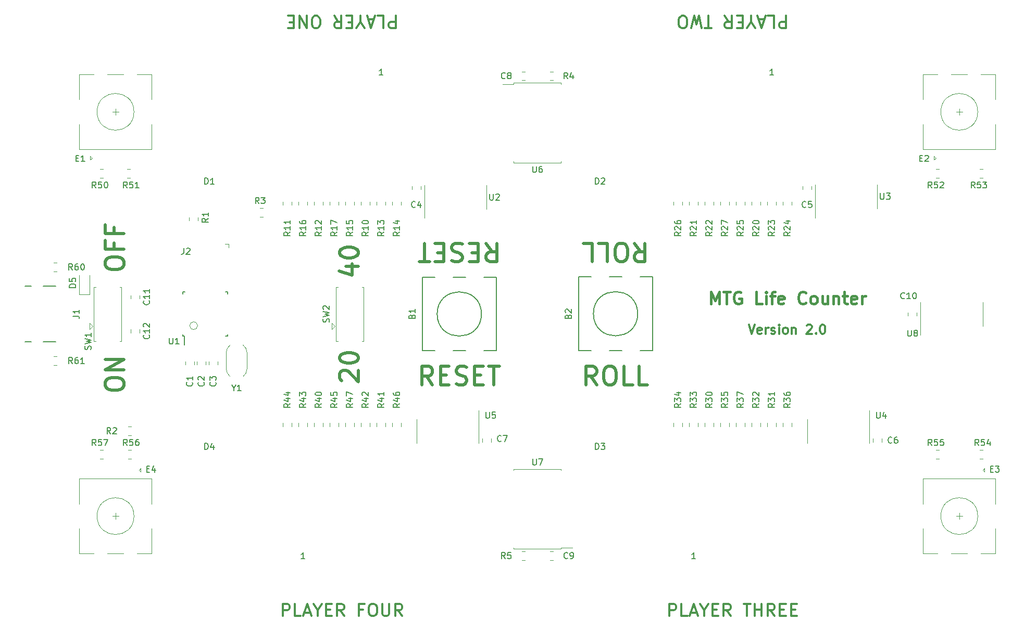
<source format=gbr>
G04 #@! TF.GenerationSoftware,KiCad,Pcbnew,(5.1.4)-1*
G04 #@! TF.CreationDate,2021-12-08T17:17:33-05:00*
G04 #@! TF.ProjectId,mtg_life_counter,6d74675f-6c69-4666-955f-636f756e7465,2.0*
G04 #@! TF.SameCoordinates,Original*
G04 #@! TF.FileFunction,Legend,Top*
G04 #@! TF.FilePolarity,Positive*
%FSLAX46Y46*%
G04 Gerber Fmt 4.6, Leading zero omitted, Abs format (unit mm)*
G04 Created by KiCad (PCBNEW (5.1.4)-1) date 2021-12-08 17:17:33*
%MOMM*%
%LPD*%
G04 APERTURE LIST*
%ADD10C,0.120000*%
%ADD11C,0.400000*%
%ADD12C,0.500000*%
%ADD13C,0.300000*%
%ADD14C,0.150000*%
G04 APERTURE END LIST*
D10*
X79375000Y-103505000D02*
G75*
G03X79375000Y-103505000I-635000J0D01*
G01*
D11*
X162831428Y-99964761D02*
X162831428Y-97964761D01*
X163498095Y-99393333D01*
X164164761Y-97964761D01*
X164164761Y-99964761D01*
X164831428Y-97964761D02*
X165974285Y-97964761D01*
X165402857Y-99964761D02*
X165402857Y-97964761D01*
X167688571Y-98060000D02*
X167498095Y-97964761D01*
X167212380Y-97964761D01*
X166926666Y-98060000D01*
X166736190Y-98250476D01*
X166640952Y-98440952D01*
X166545714Y-98821904D01*
X166545714Y-99107619D01*
X166640952Y-99488571D01*
X166736190Y-99679047D01*
X166926666Y-99869523D01*
X167212380Y-99964761D01*
X167402857Y-99964761D01*
X167688571Y-99869523D01*
X167783809Y-99774285D01*
X167783809Y-99107619D01*
X167402857Y-99107619D01*
X171117142Y-99964761D02*
X170164761Y-99964761D01*
X170164761Y-97964761D01*
X171783809Y-99964761D02*
X171783809Y-98631428D01*
X171783809Y-97964761D02*
X171688571Y-98060000D01*
X171783809Y-98155238D01*
X171879047Y-98060000D01*
X171783809Y-97964761D01*
X171783809Y-98155238D01*
X172450476Y-98631428D02*
X173212380Y-98631428D01*
X172736190Y-99964761D02*
X172736190Y-98250476D01*
X172831428Y-98060000D01*
X173021904Y-97964761D01*
X173212380Y-97964761D01*
X174640952Y-99869523D02*
X174450476Y-99964761D01*
X174069523Y-99964761D01*
X173879047Y-99869523D01*
X173783809Y-99679047D01*
X173783809Y-98917142D01*
X173879047Y-98726666D01*
X174069523Y-98631428D01*
X174450476Y-98631428D01*
X174640952Y-98726666D01*
X174736190Y-98917142D01*
X174736190Y-99107619D01*
X173783809Y-99298095D01*
X178260000Y-99774285D02*
X178164761Y-99869523D01*
X177879047Y-99964761D01*
X177688571Y-99964761D01*
X177402857Y-99869523D01*
X177212380Y-99679047D01*
X177117142Y-99488571D01*
X177021904Y-99107619D01*
X177021904Y-98821904D01*
X177117142Y-98440952D01*
X177212380Y-98250476D01*
X177402857Y-98060000D01*
X177688571Y-97964761D01*
X177879047Y-97964761D01*
X178164761Y-98060000D01*
X178260000Y-98155238D01*
X179402857Y-99964761D02*
X179212380Y-99869523D01*
X179117142Y-99774285D01*
X179021904Y-99583809D01*
X179021904Y-99012380D01*
X179117142Y-98821904D01*
X179212380Y-98726666D01*
X179402857Y-98631428D01*
X179688571Y-98631428D01*
X179879047Y-98726666D01*
X179974285Y-98821904D01*
X180069523Y-99012380D01*
X180069523Y-99583809D01*
X179974285Y-99774285D01*
X179879047Y-99869523D01*
X179688571Y-99964761D01*
X179402857Y-99964761D01*
X181783809Y-98631428D02*
X181783809Y-99964761D01*
X180926666Y-98631428D02*
X180926666Y-99679047D01*
X181021904Y-99869523D01*
X181212380Y-99964761D01*
X181498095Y-99964761D01*
X181688571Y-99869523D01*
X181783809Y-99774285D01*
X182736190Y-98631428D02*
X182736190Y-99964761D01*
X182736190Y-98821904D02*
X182831428Y-98726666D01*
X183021904Y-98631428D01*
X183307619Y-98631428D01*
X183498095Y-98726666D01*
X183593333Y-98917142D01*
X183593333Y-99964761D01*
X184260000Y-98631428D02*
X185021904Y-98631428D01*
X184545714Y-97964761D02*
X184545714Y-99679047D01*
X184640952Y-99869523D01*
X184831428Y-99964761D01*
X185021904Y-99964761D01*
X186450476Y-99869523D02*
X186260000Y-99964761D01*
X185879047Y-99964761D01*
X185688571Y-99869523D01*
X185593333Y-99679047D01*
X185593333Y-98917142D01*
X185688571Y-98726666D01*
X185879047Y-98631428D01*
X186260000Y-98631428D01*
X186450476Y-98726666D01*
X186545714Y-98917142D01*
X186545714Y-99107619D01*
X185593333Y-99298095D01*
X187402857Y-99964761D02*
X187402857Y-98631428D01*
X187402857Y-99012380D02*
X187498095Y-98821904D01*
X187593333Y-98726666D01*
X187783809Y-98631428D01*
X187974285Y-98631428D01*
D12*
X102782857Y-112457142D02*
X102640000Y-112314285D01*
X102497142Y-112028571D01*
X102497142Y-111314285D01*
X102640000Y-111028571D01*
X102782857Y-110885714D01*
X103068571Y-110742857D01*
X103354285Y-110742857D01*
X103782857Y-110885714D01*
X105497142Y-112600000D01*
X105497142Y-110742857D01*
X102497142Y-108885714D02*
X102497142Y-108600000D01*
X102640000Y-108314285D01*
X102782857Y-108171428D01*
X103068571Y-108028571D01*
X103640000Y-107885714D01*
X104354285Y-107885714D01*
X104925714Y-108028571D01*
X105211428Y-108171428D01*
X105354285Y-108314285D01*
X105497142Y-108600000D01*
X105497142Y-108885714D01*
X105354285Y-109171428D01*
X105211428Y-109314285D01*
X104925714Y-109457142D01*
X104354285Y-109600000D01*
X103640000Y-109600000D01*
X103068571Y-109457142D01*
X102782857Y-109314285D01*
X102640000Y-109171428D01*
X102497142Y-108885714D01*
X103497142Y-93885714D02*
X105497142Y-93885714D01*
X102354285Y-94600000D02*
X104497142Y-95314285D01*
X104497142Y-93457142D01*
X102497142Y-91742857D02*
X102497142Y-91457142D01*
X102640000Y-91171428D01*
X102782857Y-91028571D01*
X103068571Y-90885714D01*
X103640000Y-90742857D01*
X104354285Y-90742857D01*
X104925714Y-90885714D01*
X105211428Y-91028571D01*
X105354285Y-91171428D01*
X105497142Y-91457142D01*
X105497142Y-91742857D01*
X105354285Y-92028571D01*
X105211428Y-92171428D01*
X104925714Y-92314285D01*
X104354285Y-92457142D01*
X103640000Y-92457142D01*
X103068571Y-92314285D01*
X102782857Y-92171428D01*
X102640000Y-92028571D01*
X102497142Y-91742857D01*
X64397143Y-113274998D02*
X64397143Y-112703569D01*
X64540000Y-112417855D01*
X64825714Y-112132141D01*
X65397143Y-111989284D01*
X66397142Y-111989284D01*
X66968571Y-112132141D01*
X67254285Y-112417855D01*
X67397142Y-112703569D01*
X67397142Y-113274998D01*
X67254285Y-113560712D01*
X66968571Y-113846426D01*
X66397142Y-113989283D01*
X65397143Y-113989283D01*
X64825714Y-113846426D01*
X64540000Y-113560712D01*
X64397143Y-113274998D01*
X67397142Y-110703570D02*
X64397143Y-110703570D01*
X67397142Y-108989285D01*
X64397143Y-108989285D01*
D13*
X168974285Y-103318571D02*
X169474285Y-104818571D01*
X169974285Y-103318571D01*
X171045714Y-104747142D02*
X170902857Y-104818571D01*
X170617142Y-104818571D01*
X170474285Y-104747142D01*
X170402857Y-104604285D01*
X170402857Y-104032857D01*
X170474285Y-103890000D01*
X170617142Y-103818571D01*
X170902857Y-103818571D01*
X171045714Y-103890000D01*
X171117142Y-104032857D01*
X171117142Y-104175714D01*
X170402857Y-104318571D01*
X171760000Y-104818571D02*
X171760000Y-103818571D01*
X171760000Y-104104285D02*
X171831428Y-103961428D01*
X171902857Y-103890000D01*
X172045714Y-103818571D01*
X172188571Y-103818571D01*
X172617142Y-104747142D02*
X172760000Y-104818571D01*
X173045714Y-104818571D01*
X173188571Y-104747142D01*
X173260000Y-104604285D01*
X173260000Y-104532857D01*
X173188571Y-104390000D01*
X173045714Y-104318571D01*
X172831428Y-104318571D01*
X172688571Y-104247142D01*
X172617142Y-104104285D01*
X172617142Y-104032857D01*
X172688571Y-103890000D01*
X172831428Y-103818571D01*
X173045714Y-103818571D01*
X173188571Y-103890000D01*
X173902857Y-104818571D02*
X173902857Y-103818571D01*
X173902857Y-103318571D02*
X173831428Y-103390000D01*
X173902857Y-103461428D01*
X173974285Y-103390000D01*
X173902857Y-103318571D01*
X173902857Y-103461428D01*
X174831428Y-104818571D02*
X174688571Y-104747142D01*
X174617142Y-104675714D01*
X174545714Y-104532857D01*
X174545714Y-104104285D01*
X174617142Y-103961428D01*
X174688571Y-103890000D01*
X174831428Y-103818571D01*
X175045714Y-103818571D01*
X175188571Y-103890000D01*
X175260000Y-103961428D01*
X175331428Y-104104285D01*
X175331428Y-104532857D01*
X175260000Y-104675714D01*
X175188571Y-104747142D01*
X175045714Y-104818571D01*
X174831428Y-104818571D01*
X175974285Y-103818571D02*
X175974285Y-104818571D01*
X175974285Y-103961428D02*
X176045714Y-103890000D01*
X176188571Y-103818571D01*
X176402857Y-103818571D01*
X176545714Y-103890000D01*
X176617142Y-104032857D01*
X176617142Y-104818571D01*
X178402857Y-103461428D02*
X178474285Y-103390000D01*
X178617142Y-103318571D01*
X178974285Y-103318571D01*
X179117142Y-103390000D01*
X179188571Y-103461428D01*
X179260000Y-103604285D01*
X179260000Y-103747142D01*
X179188571Y-103961428D01*
X178331428Y-104818571D01*
X179260000Y-104818571D01*
X179902857Y-104675714D02*
X179974285Y-104747142D01*
X179902857Y-104818571D01*
X179831428Y-104747142D01*
X179902857Y-104675714D01*
X179902857Y-104818571D01*
X180902857Y-103318571D02*
X181045714Y-103318571D01*
X181188571Y-103390000D01*
X181260000Y-103461428D01*
X181331428Y-103604285D01*
X181402857Y-103890000D01*
X181402857Y-104247142D01*
X181331428Y-104532857D01*
X181260000Y-104675714D01*
X181188571Y-104747142D01*
X181045714Y-104818571D01*
X180902857Y-104818571D01*
X180760000Y-104747142D01*
X180688571Y-104675714D01*
X180617142Y-104532857D01*
X180545714Y-104247142D01*
X180545714Y-103890000D01*
X180617142Y-103604285D01*
X180688571Y-103461428D01*
X180760000Y-103390000D01*
X180902857Y-103318571D01*
D12*
X64397143Y-93639286D02*
X64397143Y-93067857D01*
X64540000Y-92782143D01*
X64825714Y-92496429D01*
X65397143Y-92353572D01*
X66397142Y-92353572D01*
X66968571Y-92496429D01*
X67254285Y-92782143D01*
X67397142Y-93067857D01*
X67397142Y-93639286D01*
X67254285Y-93925000D01*
X66968571Y-94210714D01*
X66397142Y-94353571D01*
X65397143Y-94353571D01*
X64825714Y-94210714D01*
X64540000Y-93925000D01*
X64397143Y-93639286D01*
X65825714Y-90067858D02*
X65825714Y-91067858D01*
X67397142Y-91067858D02*
X64397143Y-91067858D01*
X64397143Y-89639287D01*
X65825714Y-87496431D02*
X65825714Y-88496430D01*
X67397142Y-88496430D02*
X64397143Y-88496430D01*
X64397143Y-87067859D01*
X144248571Y-113117142D02*
X143248571Y-111688571D01*
X142534285Y-113117142D02*
X142534285Y-110117142D01*
X143677142Y-110117142D01*
X143962857Y-110260000D01*
X144105714Y-110402857D01*
X144248571Y-110688571D01*
X144248571Y-111117142D01*
X144105714Y-111402857D01*
X143962857Y-111545714D01*
X143677142Y-111688571D01*
X142534285Y-111688571D01*
X146105714Y-110117142D02*
X146677142Y-110117142D01*
X146962857Y-110260000D01*
X147248571Y-110545714D01*
X147391428Y-111117142D01*
X147391428Y-112117142D01*
X147248571Y-112688571D01*
X146962857Y-112974285D01*
X146677142Y-113117142D01*
X146105714Y-113117142D01*
X145820000Y-112974285D01*
X145534285Y-112688571D01*
X145391428Y-112117142D01*
X145391428Y-111117142D01*
X145534285Y-110545714D01*
X145820000Y-110260000D01*
X146105714Y-110117142D01*
X150105714Y-113117142D02*
X148677142Y-113117142D01*
X148677142Y-110117142D01*
X152534285Y-113117142D02*
X151105714Y-113117142D01*
X151105714Y-110117142D01*
X150391428Y-90082857D02*
X151391428Y-91511428D01*
X152105714Y-90082857D02*
X152105714Y-93082857D01*
X150962857Y-93082857D01*
X150677142Y-92940000D01*
X150534285Y-92797142D01*
X150391428Y-92511428D01*
X150391428Y-92082857D01*
X150534285Y-91797142D01*
X150677142Y-91654285D01*
X150962857Y-91511428D01*
X152105714Y-91511428D01*
X148534285Y-93082857D02*
X147962857Y-93082857D01*
X147677142Y-92940000D01*
X147391428Y-92654285D01*
X147248571Y-92082857D01*
X147248571Y-91082857D01*
X147391428Y-90511428D01*
X147677142Y-90225714D01*
X147962857Y-90082857D01*
X148534285Y-90082857D01*
X148820000Y-90225714D01*
X149105714Y-90511428D01*
X149248571Y-91082857D01*
X149248571Y-92082857D01*
X149105714Y-92654285D01*
X148820000Y-92940000D01*
X148534285Y-93082857D01*
X144534285Y-90082857D02*
X145962857Y-90082857D01*
X145962857Y-93082857D01*
X142105714Y-90082857D02*
X143534285Y-90082857D01*
X143534285Y-93082857D01*
X126277142Y-90082857D02*
X127277142Y-91511428D01*
X127991428Y-90082857D02*
X127991428Y-93082857D01*
X126848571Y-93082857D01*
X126562857Y-92940000D01*
X126420000Y-92797142D01*
X126277142Y-92511428D01*
X126277142Y-92082857D01*
X126420000Y-91797142D01*
X126562857Y-91654285D01*
X126848571Y-91511428D01*
X127991428Y-91511428D01*
X124991428Y-91654285D02*
X123991428Y-91654285D01*
X123562857Y-90082857D02*
X124991428Y-90082857D01*
X124991428Y-93082857D01*
X123562857Y-93082857D01*
X122420000Y-90225714D02*
X121991428Y-90082857D01*
X121277142Y-90082857D01*
X120991428Y-90225714D01*
X120848571Y-90368571D01*
X120705714Y-90654285D01*
X120705714Y-90940000D01*
X120848571Y-91225714D01*
X120991428Y-91368571D01*
X121277142Y-91511428D01*
X121848571Y-91654285D01*
X122134285Y-91797142D01*
X122277142Y-91940000D01*
X122420000Y-92225714D01*
X122420000Y-92511428D01*
X122277142Y-92797142D01*
X122134285Y-92940000D01*
X121848571Y-93082857D01*
X121134285Y-93082857D01*
X120705714Y-92940000D01*
X119420000Y-91654285D02*
X118420000Y-91654285D01*
X117991428Y-90082857D02*
X119420000Y-90082857D01*
X119420000Y-93082857D01*
X117991428Y-93082857D01*
X117134285Y-93082857D02*
X115420000Y-93082857D01*
X116277142Y-90082857D02*
X116277142Y-93082857D01*
X117562857Y-113117142D02*
X116562857Y-111688571D01*
X115848571Y-113117142D02*
X115848571Y-110117142D01*
X116991428Y-110117142D01*
X117277142Y-110260000D01*
X117420000Y-110402857D01*
X117562857Y-110688571D01*
X117562857Y-111117142D01*
X117420000Y-111402857D01*
X117277142Y-111545714D01*
X116991428Y-111688571D01*
X115848571Y-111688571D01*
X118848571Y-111545714D02*
X119848571Y-111545714D01*
X120277142Y-113117142D02*
X118848571Y-113117142D01*
X118848571Y-110117142D01*
X120277142Y-110117142D01*
X121420000Y-112974285D02*
X121848571Y-113117142D01*
X122562857Y-113117142D01*
X122848571Y-112974285D01*
X122991428Y-112831428D01*
X123134285Y-112545714D01*
X123134285Y-112260000D01*
X122991428Y-111974285D01*
X122848571Y-111831428D01*
X122562857Y-111688571D01*
X121991428Y-111545714D01*
X121705714Y-111402857D01*
X121562857Y-111260000D01*
X121420000Y-110974285D01*
X121420000Y-110688571D01*
X121562857Y-110402857D01*
X121705714Y-110260000D01*
X121991428Y-110117142D01*
X122705714Y-110117142D01*
X123134285Y-110260000D01*
X124420000Y-111545714D02*
X125420000Y-111545714D01*
X125848571Y-113117142D02*
X124420000Y-113117142D01*
X124420000Y-110117142D01*
X125848571Y-110117142D01*
X126705714Y-110117142D02*
X128420000Y-110117142D01*
X127562857Y-113117142D02*
X127562857Y-110117142D01*
D13*
X93203333Y-150764761D02*
X93203333Y-148764761D01*
X93965238Y-148764761D01*
X94155714Y-148860000D01*
X94250952Y-148955238D01*
X94346190Y-149145714D01*
X94346190Y-149431428D01*
X94250952Y-149621904D01*
X94155714Y-149717142D01*
X93965238Y-149812380D01*
X93203333Y-149812380D01*
X96155714Y-150764761D02*
X95203333Y-150764761D01*
X95203333Y-148764761D01*
X96727142Y-150193333D02*
X97679523Y-150193333D01*
X96536666Y-150764761D02*
X97203333Y-148764761D01*
X97870000Y-150764761D01*
X98917619Y-149812380D02*
X98917619Y-150764761D01*
X98250952Y-148764761D02*
X98917619Y-149812380D01*
X99584285Y-148764761D01*
X100250952Y-149717142D02*
X100917619Y-149717142D01*
X101203333Y-150764761D02*
X100250952Y-150764761D01*
X100250952Y-148764761D01*
X101203333Y-148764761D01*
X103203333Y-150764761D02*
X102536666Y-149812380D01*
X102060476Y-150764761D02*
X102060476Y-148764761D01*
X102822380Y-148764761D01*
X103012857Y-148860000D01*
X103108095Y-148955238D01*
X103203333Y-149145714D01*
X103203333Y-149431428D01*
X103108095Y-149621904D01*
X103012857Y-149717142D01*
X102822380Y-149812380D01*
X102060476Y-149812380D01*
X106250952Y-149717142D02*
X105584285Y-149717142D01*
X105584285Y-150764761D02*
X105584285Y-148764761D01*
X106536666Y-148764761D01*
X107679523Y-148764761D02*
X108060476Y-148764761D01*
X108250952Y-148860000D01*
X108441428Y-149050476D01*
X108536666Y-149431428D01*
X108536666Y-150098095D01*
X108441428Y-150479047D01*
X108250952Y-150669523D01*
X108060476Y-150764761D01*
X107679523Y-150764761D01*
X107489047Y-150669523D01*
X107298571Y-150479047D01*
X107203333Y-150098095D01*
X107203333Y-149431428D01*
X107298571Y-149050476D01*
X107489047Y-148860000D01*
X107679523Y-148764761D01*
X109393809Y-148764761D02*
X109393809Y-150383809D01*
X109489047Y-150574285D01*
X109584285Y-150669523D01*
X109774761Y-150764761D01*
X110155714Y-150764761D01*
X110346190Y-150669523D01*
X110441428Y-150574285D01*
X110536666Y-150383809D01*
X110536666Y-148764761D01*
X112631904Y-150764761D02*
X111965238Y-149812380D01*
X111489047Y-150764761D02*
X111489047Y-148764761D01*
X112250952Y-148764761D01*
X112441428Y-148860000D01*
X112536666Y-148955238D01*
X112631904Y-149145714D01*
X112631904Y-149431428D01*
X112536666Y-149621904D01*
X112441428Y-149717142D01*
X112250952Y-149812380D01*
X111489047Y-149812380D01*
X156036666Y-150764761D02*
X156036666Y-148764761D01*
X156798571Y-148764761D01*
X156989047Y-148860000D01*
X157084285Y-148955238D01*
X157179523Y-149145714D01*
X157179523Y-149431428D01*
X157084285Y-149621904D01*
X156989047Y-149717142D01*
X156798571Y-149812380D01*
X156036666Y-149812380D01*
X158989047Y-150764761D02*
X158036666Y-150764761D01*
X158036666Y-148764761D01*
X159560476Y-150193333D02*
X160512857Y-150193333D01*
X159370000Y-150764761D02*
X160036666Y-148764761D01*
X160703333Y-150764761D01*
X161750952Y-149812380D02*
X161750952Y-150764761D01*
X161084285Y-148764761D02*
X161750952Y-149812380D01*
X162417619Y-148764761D01*
X163084285Y-149717142D02*
X163750952Y-149717142D01*
X164036666Y-150764761D02*
X163084285Y-150764761D01*
X163084285Y-148764761D01*
X164036666Y-148764761D01*
X166036666Y-150764761D02*
X165370000Y-149812380D01*
X164893809Y-150764761D02*
X164893809Y-148764761D01*
X165655714Y-148764761D01*
X165846190Y-148860000D01*
X165941428Y-148955238D01*
X166036666Y-149145714D01*
X166036666Y-149431428D01*
X165941428Y-149621904D01*
X165846190Y-149717142D01*
X165655714Y-149812380D01*
X164893809Y-149812380D01*
X168131904Y-148764761D02*
X169274761Y-148764761D01*
X168703333Y-150764761D02*
X168703333Y-148764761D01*
X169941428Y-150764761D02*
X169941428Y-148764761D01*
X169941428Y-149717142D02*
X171084285Y-149717142D01*
X171084285Y-150764761D02*
X171084285Y-148764761D01*
X173179523Y-150764761D02*
X172512857Y-149812380D01*
X172036666Y-150764761D02*
X172036666Y-148764761D01*
X172798571Y-148764761D01*
X172989047Y-148860000D01*
X173084285Y-148955238D01*
X173179523Y-149145714D01*
X173179523Y-149431428D01*
X173084285Y-149621904D01*
X172989047Y-149717142D01*
X172798571Y-149812380D01*
X172036666Y-149812380D01*
X174036666Y-149717142D02*
X174703333Y-149717142D01*
X174989047Y-150764761D02*
X174036666Y-150764761D01*
X174036666Y-148764761D01*
X174989047Y-148764761D01*
X175846190Y-149717142D02*
X176512857Y-149717142D01*
X176798571Y-150764761D02*
X175846190Y-150764761D01*
X175846190Y-148764761D01*
X176798571Y-148764761D01*
X175036666Y-53070238D02*
X175036666Y-55070238D01*
X174274761Y-55070238D01*
X174084285Y-54975000D01*
X173989047Y-54879761D01*
X173893809Y-54689285D01*
X173893809Y-54403571D01*
X173989047Y-54213095D01*
X174084285Y-54117857D01*
X174274761Y-54022619D01*
X175036666Y-54022619D01*
X172084285Y-53070238D02*
X173036666Y-53070238D01*
X173036666Y-55070238D01*
X171512857Y-53641666D02*
X170560476Y-53641666D01*
X171703333Y-53070238D02*
X171036666Y-55070238D01*
X170370000Y-53070238D01*
X169322380Y-54022619D02*
X169322380Y-53070238D01*
X169989047Y-55070238D02*
X169322380Y-54022619D01*
X168655714Y-55070238D01*
X167989047Y-54117857D02*
X167322380Y-54117857D01*
X167036666Y-53070238D02*
X167989047Y-53070238D01*
X167989047Y-55070238D01*
X167036666Y-55070238D01*
X165036666Y-53070238D02*
X165703333Y-54022619D01*
X166179523Y-53070238D02*
X166179523Y-55070238D01*
X165417619Y-55070238D01*
X165227142Y-54975000D01*
X165131904Y-54879761D01*
X165036666Y-54689285D01*
X165036666Y-54403571D01*
X165131904Y-54213095D01*
X165227142Y-54117857D01*
X165417619Y-54022619D01*
X166179523Y-54022619D01*
X162941428Y-55070238D02*
X161798571Y-55070238D01*
X162370000Y-53070238D02*
X162370000Y-55070238D01*
X161322380Y-55070238D02*
X160846190Y-53070238D01*
X160465238Y-54498809D01*
X160084285Y-53070238D01*
X159608095Y-55070238D01*
X158465238Y-55070238D02*
X158084285Y-55070238D01*
X157893809Y-54975000D01*
X157703333Y-54784523D01*
X157608095Y-54403571D01*
X157608095Y-53736904D01*
X157703333Y-53355952D01*
X157893809Y-53165476D01*
X158084285Y-53070238D01*
X158465238Y-53070238D01*
X158655714Y-53165476D01*
X158846190Y-53355952D01*
X158941428Y-53736904D01*
X158941428Y-54403571D01*
X158846190Y-54784523D01*
X158655714Y-54975000D01*
X158465238Y-55070238D01*
X111584285Y-53070238D02*
X111584285Y-55070238D01*
X110822380Y-55070238D01*
X110631904Y-54975000D01*
X110536666Y-54879761D01*
X110441428Y-54689285D01*
X110441428Y-54403571D01*
X110536666Y-54213095D01*
X110631904Y-54117857D01*
X110822380Y-54022619D01*
X111584285Y-54022619D01*
X108631904Y-53070238D02*
X109584285Y-53070238D01*
X109584285Y-55070238D01*
X108060476Y-53641666D02*
X107108095Y-53641666D01*
X108250952Y-53070238D02*
X107584285Y-55070238D01*
X106917619Y-53070238D01*
X105870000Y-54022619D02*
X105870000Y-53070238D01*
X106536666Y-55070238D02*
X105870000Y-54022619D01*
X105203333Y-55070238D01*
X104536666Y-54117857D02*
X103870000Y-54117857D01*
X103584285Y-53070238D02*
X104536666Y-53070238D01*
X104536666Y-55070238D01*
X103584285Y-55070238D01*
X101584285Y-53070238D02*
X102250952Y-54022619D01*
X102727142Y-53070238D02*
X102727142Y-55070238D01*
X101965238Y-55070238D01*
X101774761Y-54975000D01*
X101679523Y-54879761D01*
X101584285Y-54689285D01*
X101584285Y-54403571D01*
X101679523Y-54213095D01*
X101774761Y-54117857D01*
X101965238Y-54022619D01*
X102727142Y-54022619D01*
X98822380Y-55070238D02*
X98441428Y-55070238D01*
X98250952Y-54975000D01*
X98060476Y-54784523D01*
X97965238Y-54403571D01*
X97965238Y-53736904D01*
X98060476Y-53355952D01*
X98250952Y-53165476D01*
X98441428Y-53070238D01*
X98822380Y-53070238D01*
X99012857Y-53165476D01*
X99203333Y-53355952D01*
X99298571Y-53736904D01*
X99298571Y-54403571D01*
X99203333Y-54784523D01*
X99012857Y-54975000D01*
X98822380Y-55070238D01*
X97108095Y-53070238D02*
X97108095Y-55070238D01*
X95965238Y-53070238D01*
X95965238Y-55070238D01*
X95012857Y-54117857D02*
X94346190Y-54117857D01*
X94060476Y-53070238D02*
X95012857Y-53070238D01*
X95012857Y-55070238D01*
X94060476Y-55070238D01*
D10*
X60110000Y-98440000D02*
X60110000Y-95290000D01*
X61810000Y-98440000D02*
X61810000Y-95290000D01*
X60110000Y-98440000D02*
X61810000Y-98440000D01*
X68073748Y-121360000D02*
X68596252Y-121360000D01*
X68073748Y-119940000D02*
X68596252Y-119940000D01*
X66040000Y-69200000D02*
X66040000Y-68200000D01*
X65540000Y-68700000D02*
X66540000Y-68700000D01*
X69540000Y-62600000D02*
X71940000Y-62600000D01*
X64740000Y-62600000D02*
X67340000Y-62600000D01*
X60140000Y-62600000D02*
X62540000Y-62600000D01*
X61940000Y-75900000D02*
X62240000Y-76200000D01*
X61940000Y-76500000D02*
X61940000Y-75900000D01*
X62240000Y-76200000D02*
X61940000Y-76500000D01*
X60140000Y-74800000D02*
X71940000Y-74800000D01*
X60140000Y-70700000D02*
X60140000Y-74800000D01*
X71940000Y-70700000D02*
X71940000Y-74800000D01*
X71940000Y-62600000D02*
X71940000Y-66700000D01*
X60140000Y-66700000D02*
X60140000Y-62600000D01*
X69040000Y-68700000D02*
G75*
G03X69040000Y-68700000I-3000000J0D01*
G01*
X66040000Y-134000000D02*
X66040000Y-135000000D01*
X66540000Y-134500000D02*
X65540000Y-134500000D01*
X62540000Y-140600000D02*
X60140000Y-140600000D01*
X67340000Y-140600000D02*
X64740000Y-140600000D01*
X71940000Y-140600000D02*
X69540000Y-140600000D01*
X70140000Y-127300000D02*
X69840000Y-127000000D01*
X70140000Y-126700000D02*
X70140000Y-127300000D01*
X69840000Y-127000000D02*
X70140000Y-126700000D01*
X71940000Y-128400000D02*
X60140000Y-128400000D01*
X71940000Y-132500000D02*
X71940000Y-128400000D01*
X60140000Y-132500000D02*
X60140000Y-128400000D01*
X60140000Y-140600000D02*
X60140000Y-136500000D01*
X71940000Y-136500000D02*
X71940000Y-140600000D01*
X69040000Y-134500000D02*
G75*
G03X69040000Y-134500000I-3000000J0D01*
G01*
X203200000Y-134000000D02*
X203200000Y-135000000D01*
X203700000Y-134500000D02*
X202700000Y-134500000D01*
X199700000Y-140600000D02*
X197300000Y-140600000D01*
X204500000Y-140600000D02*
X201900000Y-140600000D01*
X209100000Y-140600000D02*
X206700000Y-140600000D01*
X207300000Y-127300000D02*
X207000000Y-127000000D01*
X207300000Y-126700000D02*
X207300000Y-127300000D01*
X207000000Y-127000000D02*
X207300000Y-126700000D01*
X209100000Y-128400000D02*
X197300000Y-128400000D01*
X209100000Y-132500000D02*
X209100000Y-128400000D01*
X197300000Y-132500000D02*
X197300000Y-128400000D01*
X197300000Y-140600000D02*
X197300000Y-136500000D01*
X209100000Y-136500000D02*
X209100000Y-140600000D01*
X206200000Y-134500000D02*
G75*
G03X206200000Y-134500000I-3000000J0D01*
G01*
X203200000Y-69200000D02*
X203200000Y-68200000D01*
X202700000Y-68700000D02*
X203700000Y-68700000D01*
X206700000Y-62600000D02*
X209100000Y-62600000D01*
X201900000Y-62600000D02*
X204500000Y-62600000D01*
X197300000Y-62600000D02*
X199700000Y-62600000D01*
X199100000Y-75900000D02*
X199400000Y-76200000D01*
X199100000Y-76500000D02*
X199100000Y-75900000D01*
X199400000Y-76200000D02*
X199100000Y-76500000D01*
X197300000Y-74800000D02*
X209100000Y-74800000D01*
X197300000Y-70700000D02*
X197300000Y-74800000D01*
X209100000Y-70700000D02*
X209100000Y-74800000D01*
X209100000Y-62600000D02*
X209100000Y-66700000D01*
X197300000Y-66700000D02*
X197300000Y-62600000D01*
X206200000Y-68700000D02*
G75*
G03X206200000Y-68700000I-3000000J0D01*
G01*
X69925000Y-104646252D02*
X69925000Y-104123748D01*
X68505000Y-104646252D02*
X68505000Y-104123748D01*
X68505000Y-98553748D02*
X68505000Y-99076252D01*
X69925000Y-98553748D02*
X69925000Y-99076252D01*
X56008748Y-109930000D02*
X56531252Y-109930000D01*
X56008748Y-108510000D02*
X56531252Y-108510000D01*
X56008748Y-94690000D02*
X56531252Y-94690000D01*
X56008748Y-93270000D02*
X56531252Y-93270000D01*
D14*
X52300000Y-106100000D02*
X51300000Y-106100000D01*
X52300000Y-97100000D02*
X51300000Y-97100000D01*
X56300000Y-97100000D02*
X54300000Y-97100000D01*
X56300000Y-106100000D02*
X54300000Y-106100000D01*
D10*
X89518748Y-85800000D02*
X90041252Y-85800000D01*
X89518748Y-84380000D02*
X90041252Y-84380000D01*
X130760000Y-64210000D02*
X128945000Y-64210000D01*
X130760000Y-63975000D02*
X130760000Y-64210000D01*
X134620000Y-63975000D02*
X130760000Y-63975000D01*
X138480000Y-63975000D02*
X138480000Y-64210000D01*
X134620000Y-63975000D02*
X138480000Y-63975000D01*
X130760000Y-76995000D02*
X130760000Y-76760000D01*
X134620000Y-76995000D02*
X130760000Y-76995000D01*
X138480000Y-76995000D02*
X138480000Y-76760000D01*
X134620000Y-76995000D02*
X138480000Y-76995000D01*
X132063748Y-63575000D02*
X132586252Y-63575000D01*
X132063748Y-62155000D02*
X132586252Y-62155000D01*
X116225000Y-82550000D02*
X116225000Y-86000000D01*
X116225000Y-82550000D02*
X116225000Y-80600000D01*
X126345000Y-82550000D02*
X126345000Y-84500000D01*
X126345000Y-82550000D02*
X126345000Y-80600000D01*
X194870000Y-101338748D02*
X194870000Y-101861252D01*
X196290000Y-101338748D02*
X196290000Y-101861252D01*
X179725000Y-82485000D02*
X179725000Y-85935000D01*
X179725000Y-82485000D02*
X179725000Y-80535000D01*
X189845000Y-82485000D02*
X189845000Y-84435000D01*
X189845000Y-82485000D02*
X189845000Y-80535000D01*
D14*
X125520000Y-101600000D02*
G75*
G03X125520000Y-101600000I-3600000J0D01*
G01*
X117920000Y-107600000D02*
X115920000Y-107600000D01*
X122920000Y-107600000D02*
X120920000Y-107600000D01*
X127920000Y-95600000D02*
X125920000Y-95600000D01*
X120920000Y-95600000D02*
X122920000Y-95600000D01*
X125920000Y-107600000D02*
X127920000Y-107600000D01*
X115920000Y-95600000D02*
X115920000Y-107600000D01*
X117920000Y-95600000D02*
X115920000Y-95600000D01*
X127920000Y-107600000D02*
X127920000Y-95600000D01*
D10*
X125075000Y-120715000D02*
X125075000Y-117265000D01*
X125075000Y-120715000D02*
X125075000Y-122665000D01*
X114955000Y-120715000D02*
X114955000Y-118765000D01*
X114955000Y-120715000D02*
X114955000Y-122665000D01*
X196870000Y-101600000D02*
X196870000Y-105050000D01*
X196870000Y-101600000D02*
X196870000Y-99650000D01*
X206990000Y-101600000D02*
X206990000Y-103550000D01*
X206990000Y-101600000D02*
X206990000Y-99650000D01*
D14*
X77245000Y-105225000D02*
X77245000Y-106650000D01*
X77020000Y-97975000D02*
X77020000Y-98300000D01*
X84270000Y-97975000D02*
X84270000Y-98300000D01*
X84270000Y-105225000D02*
X84270000Y-104900000D01*
X77020000Y-105225000D02*
X77020000Y-104900000D01*
X84270000Y-105225000D02*
X83945000Y-105225000D01*
X84270000Y-97975000D02*
X83945000Y-97975000D01*
X77020000Y-97975000D02*
X77345000Y-97975000D01*
X77020000Y-105225000D02*
X77245000Y-105225000D01*
D10*
X125655000Y-121903748D02*
X125655000Y-122426252D01*
X127075000Y-121903748D02*
X127075000Y-122426252D01*
X179145000Y-81296252D02*
X179145000Y-80773748D01*
X177725000Y-81296252D02*
X177725000Y-80773748D01*
X137176252Y-140260000D02*
X136653748Y-140260000D01*
X137176252Y-141680000D02*
X136653748Y-141680000D01*
X189155000Y-121903748D02*
X189155000Y-122426252D01*
X190575000Y-121903748D02*
X190575000Y-122426252D01*
X115645000Y-81296252D02*
X115645000Y-80773748D01*
X114225000Y-81296252D02*
X114225000Y-80773748D01*
X82625000Y-109871252D02*
X82625000Y-109348748D01*
X81205000Y-109871252D02*
X81205000Y-109348748D01*
X78815000Y-109871252D02*
X78815000Y-109348748D01*
X77395000Y-109871252D02*
X77395000Y-109348748D01*
X80720000Y-109871252D02*
X80720000Y-109348748D01*
X79300000Y-109871252D02*
X79300000Y-109348748D01*
X87425000Y-110470000D02*
X87425000Y-107970000D01*
X84025000Y-110470000D02*
X84025000Y-107970000D01*
X86773961Y-106632210D02*
G75*
G02X87425000Y-107970000I-1048961J-1337790D01*
G01*
X86773961Y-111807790D02*
G75*
G03X87425000Y-110470000I-1048961J1337790D01*
G01*
X84676039Y-106632210D02*
G75*
G03X84025000Y-107970000I1048961J-1337790D01*
G01*
X84676039Y-111807790D02*
G75*
G02X84025000Y-110470000I1048961J1337790D01*
G01*
X138480000Y-139625000D02*
X140295000Y-139625000D01*
X138480000Y-139860000D02*
X138480000Y-139625000D01*
X134620000Y-139860000D02*
X138480000Y-139860000D01*
X130760000Y-139860000D02*
X130760000Y-139625000D01*
X134620000Y-139860000D02*
X130760000Y-139860000D01*
X138480000Y-126840000D02*
X138480000Y-127075000D01*
X134620000Y-126840000D02*
X138480000Y-126840000D01*
X130760000Y-126840000D02*
X130760000Y-127075000D01*
X134620000Y-126840000D02*
X130760000Y-126840000D01*
X63483748Y-125170000D02*
X64006252Y-125170000D01*
X63483748Y-123750000D02*
X64006252Y-123750000D01*
X68596252Y-123750000D02*
X68073748Y-123750000D01*
X68596252Y-125170000D02*
X68073748Y-125170000D01*
X199896252Y-123750000D02*
X199373748Y-123750000D01*
X199896252Y-125170000D02*
X199373748Y-125170000D01*
X206503748Y-125170000D02*
X207026252Y-125170000D01*
X206503748Y-123750000D02*
X207026252Y-123750000D01*
X206503748Y-79450000D02*
X207026252Y-79450000D01*
X206503748Y-78030000D02*
X207026252Y-78030000D01*
X199896252Y-78030000D02*
X199373748Y-78030000D01*
X199896252Y-79450000D02*
X199373748Y-79450000D01*
X68451252Y-78030000D02*
X67928748Y-78030000D01*
X68451252Y-79450000D02*
X67928748Y-79450000D01*
X63483748Y-79450000D02*
X64006252Y-79450000D01*
X63483748Y-78030000D02*
X64006252Y-78030000D01*
X103430000Y-119363748D02*
X103430000Y-119886252D01*
X104850000Y-119363748D02*
X104850000Y-119886252D01*
X111050000Y-119363748D02*
X111050000Y-119886252D01*
X112470000Y-119363748D02*
X112470000Y-119886252D01*
X100890000Y-119363748D02*
X100890000Y-119886252D01*
X102310000Y-119363748D02*
X102310000Y-119886252D01*
X93270000Y-119363748D02*
X93270000Y-119886252D01*
X94690000Y-119363748D02*
X94690000Y-119886252D01*
X95810000Y-119363748D02*
X95810000Y-119886252D01*
X97230000Y-119363748D02*
X97230000Y-119886252D01*
X105970000Y-119363748D02*
X105970000Y-119886252D01*
X107390000Y-119363748D02*
X107390000Y-119886252D01*
X108510000Y-119363748D02*
X108510000Y-119886252D01*
X109930000Y-119363748D02*
X109930000Y-119886252D01*
X98350000Y-119363748D02*
X98350000Y-119886252D01*
X99770000Y-119363748D02*
X99770000Y-119886252D01*
X166930000Y-119363748D02*
X166930000Y-119886252D01*
X168350000Y-119363748D02*
X168350000Y-119886252D01*
X174550000Y-119363748D02*
X174550000Y-119886252D01*
X175970000Y-119363748D02*
X175970000Y-119886252D01*
X164390000Y-119363748D02*
X164390000Y-119886252D01*
X165810000Y-119363748D02*
X165810000Y-119886252D01*
X156770000Y-119363748D02*
X156770000Y-119886252D01*
X158190000Y-119363748D02*
X158190000Y-119886252D01*
X159310000Y-119363748D02*
X159310000Y-119886252D01*
X160730000Y-119363748D02*
X160730000Y-119886252D01*
X169470000Y-119363748D02*
X169470000Y-119886252D01*
X170890000Y-119363748D02*
X170890000Y-119886252D01*
X172010000Y-119363748D02*
X172010000Y-119886252D01*
X173430000Y-119363748D02*
X173430000Y-119886252D01*
X161850000Y-119363748D02*
X161850000Y-119886252D01*
X163270000Y-119363748D02*
X163270000Y-119886252D01*
X165810000Y-83836252D02*
X165810000Y-83313748D01*
X164390000Y-83836252D02*
X164390000Y-83313748D01*
X158190000Y-83836252D02*
X158190000Y-83313748D01*
X156770000Y-83836252D02*
X156770000Y-83313748D01*
X168350000Y-83836252D02*
X168350000Y-83313748D01*
X166930000Y-83836252D02*
X166930000Y-83313748D01*
X175970000Y-83836252D02*
X175970000Y-83313748D01*
X174550000Y-83836252D02*
X174550000Y-83313748D01*
X173430000Y-83836252D02*
X173430000Y-83313748D01*
X172010000Y-83836252D02*
X172010000Y-83313748D01*
X163270000Y-83836252D02*
X163270000Y-83313748D01*
X161850000Y-83836252D02*
X161850000Y-83313748D01*
X160730000Y-83836252D02*
X160730000Y-83313748D01*
X159310000Y-83836252D02*
X159310000Y-83313748D01*
X170890000Y-83836252D02*
X170890000Y-83313748D01*
X169470000Y-83836252D02*
X169470000Y-83313748D01*
X102310000Y-83836252D02*
X102310000Y-83313748D01*
X100890000Y-83836252D02*
X100890000Y-83313748D01*
X97230000Y-83836252D02*
X97230000Y-83313748D01*
X95810000Y-83836252D02*
X95810000Y-83313748D01*
X104850000Y-83836252D02*
X104850000Y-83313748D01*
X103430000Y-83836252D02*
X103430000Y-83313748D01*
X112470000Y-83836252D02*
X112470000Y-83313748D01*
X111050000Y-83836252D02*
X111050000Y-83313748D01*
X109930000Y-83836252D02*
X109930000Y-83313748D01*
X108510000Y-83836252D02*
X108510000Y-83313748D01*
X99770000Y-83836252D02*
X99770000Y-83313748D01*
X98350000Y-83836252D02*
X98350000Y-83313748D01*
X94690000Y-83836252D02*
X94690000Y-83313748D01*
X93270000Y-83836252D02*
X93270000Y-83313748D01*
X107390000Y-83836252D02*
X107390000Y-83313748D01*
X105970000Y-83836252D02*
X105970000Y-83313748D01*
X132063748Y-141680000D02*
X132586252Y-141680000D01*
X132063748Y-140260000D02*
X132586252Y-140260000D01*
X137176252Y-62155000D02*
X136653748Y-62155000D01*
X137176252Y-63575000D02*
X136653748Y-63575000D01*
X79450000Y-86376252D02*
X79450000Y-85853748D01*
X78030000Y-86376252D02*
X78030000Y-85853748D01*
X83820000Y-90170000D02*
X84455000Y-90170000D01*
X84455000Y-90170000D02*
X84455000Y-90805000D01*
X188575000Y-120715000D02*
X188575000Y-117265000D01*
X188575000Y-120715000D02*
X188575000Y-122665000D01*
X178455000Y-120715000D02*
X178455000Y-118765000D01*
X178455000Y-120715000D02*
X178455000Y-122665000D01*
D14*
X150920000Y-101560000D02*
G75*
G03X150920000Y-101560000I-3600000J0D01*
G01*
X143320000Y-107560000D02*
X141320000Y-107560000D01*
X148320000Y-107560000D02*
X146320000Y-107560000D01*
X153320000Y-95560000D02*
X151320000Y-95560000D01*
X146320000Y-95560000D02*
X148320000Y-95560000D01*
X151320000Y-107560000D02*
X153320000Y-107560000D01*
X141320000Y-95560000D02*
X141320000Y-107560000D01*
X143320000Y-95560000D02*
X141320000Y-95560000D01*
X153320000Y-107560000D02*
X153320000Y-95560000D01*
D10*
X101180000Y-103100000D02*
X101180000Y-104100000D01*
X101680000Y-103600000D02*
X101180000Y-103100000D01*
X101180000Y-104100000D02*
X101680000Y-103600000D01*
X106400000Y-97190000D02*
X106090000Y-97190000D01*
X106400000Y-106010000D02*
X106090000Y-106010000D01*
X102190000Y-106010000D02*
X101880000Y-106010000D01*
X106400000Y-97190000D02*
X106400000Y-106010000D01*
X101880000Y-97190000D02*
X102190000Y-97190000D01*
X101880000Y-106010000D02*
X101880000Y-97190000D01*
X61810000Y-103100000D02*
X61810000Y-104100000D01*
X62310000Y-103600000D02*
X61810000Y-103100000D01*
X61810000Y-104100000D02*
X62310000Y-103600000D01*
X67030000Y-97190000D02*
X66720000Y-97190000D01*
X67030000Y-106010000D02*
X66720000Y-106010000D01*
X62820000Y-106010000D02*
X62510000Y-106010000D01*
X67030000Y-97190000D02*
X67030000Y-106010000D01*
X62510000Y-97190000D02*
X62820000Y-97190000D01*
X62510000Y-106010000D02*
X62510000Y-97190000D01*
D14*
X80541904Y-80462380D02*
X80541904Y-79462380D01*
X80780000Y-79462380D01*
X80922857Y-79510000D01*
X81018095Y-79605238D01*
X81065714Y-79700476D01*
X81113333Y-79890952D01*
X81113333Y-80033809D01*
X81065714Y-80224285D01*
X81018095Y-80319523D01*
X80922857Y-80414761D01*
X80780000Y-80462380D01*
X80541904Y-80462380D01*
X82065714Y-80462380D02*
X81494285Y-80462380D01*
X81780000Y-80462380D02*
X81780000Y-79462380D01*
X81684761Y-79605238D01*
X81589523Y-79700476D01*
X81494285Y-79748095D01*
X109505714Y-62682380D02*
X108934285Y-62682380D01*
X109220000Y-62682380D02*
X109220000Y-61682380D01*
X109124761Y-61825238D01*
X109029523Y-61920476D01*
X108934285Y-61968095D01*
X144041904Y-123642380D02*
X144041904Y-122642380D01*
X144280000Y-122642380D01*
X144422857Y-122690000D01*
X144518095Y-122785238D01*
X144565714Y-122880476D01*
X144613333Y-123070952D01*
X144613333Y-123213809D01*
X144565714Y-123404285D01*
X144518095Y-123499523D01*
X144422857Y-123594761D01*
X144280000Y-123642380D01*
X144041904Y-123642380D01*
X144946666Y-122642380D02*
X145565714Y-122642380D01*
X145232380Y-123023333D01*
X145375238Y-123023333D01*
X145470476Y-123070952D01*
X145518095Y-123118571D01*
X145565714Y-123213809D01*
X145565714Y-123451904D01*
X145518095Y-123547142D01*
X145470476Y-123594761D01*
X145375238Y-123642380D01*
X145089523Y-123642380D01*
X144994285Y-123594761D01*
X144946666Y-123547142D01*
X160305714Y-141422380D02*
X159734285Y-141422380D01*
X160020000Y-141422380D02*
X160020000Y-140422380D01*
X159924761Y-140565238D01*
X159829523Y-140660476D01*
X159734285Y-140708095D01*
X80541904Y-123642380D02*
X80541904Y-122642380D01*
X80780000Y-122642380D01*
X80922857Y-122690000D01*
X81018095Y-122785238D01*
X81065714Y-122880476D01*
X81113333Y-123070952D01*
X81113333Y-123213809D01*
X81065714Y-123404285D01*
X81018095Y-123499523D01*
X80922857Y-123594761D01*
X80780000Y-123642380D01*
X80541904Y-123642380D01*
X81970476Y-122975714D02*
X81970476Y-123642380D01*
X81732380Y-122594761D02*
X81494285Y-123309047D01*
X82113333Y-123309047D01*
X96805714Y-141422380D02*
X96234285Y-141422380D01*
X96520000Y-141422380D02*
X96520000Y-140422380D01*
X96424761Y-140565238D01*
X96329523Y-140660476D01*
X96234285Y-140708095D01*
X144041904Y-80462380D02*
X144041904Y-79462380D01*
X144280000Y-79462380D01*
X144422857Y-79510000D01*
X144518095Y-79605238D01*
X144565714Y-79700476D01*
X144613333Y-79890952D01*
X144613333Y-80033809D01*
X144565714Y-80224285D01*
X144518095Y-80319523D01*
X144422857Y-80414761D01*
X144280000Y-80462380D01*
X144041904Y-80462380D01*
X144994285Y-79557619D02*
X145041904Y-79510000D01*
X145137142Y-79462380D01*
X145375238Y-79462380D01*
X145470476Y-79510000D01*
X145518095Y-79557619D01*
X145565714Y-79652857D01*
X145565714Y-79748095D01*
X145518095Y-79890952D01*
X144946666Y-80462380D01*
X145565714Y-80462380D01*
X173005714Y-62682380D02*
X172434285Y-62682380D01*
X172720000Y-62682380D02*
X172720000Y-61682380D01*
X172624761Y-61825238D01*
X172529523Y-61920476D01*
X172434285Y-61968095D01*
X59562380Y-97278095D02*
X58562380Y-97278095D01*
X58562380Y-97040000D01*
X58610000Y-96897142D01*
X58705238Y-96801904D01*
X58800476Y-96754285D01*
X58990952Y-96706666D01*
X59133809Y-96706666D01*
X59324285Y-96754285D01*
X59419523Y-96801904D01*
X59514761Y-96897142D01*
X59562380Y-97040000D01*
X59562380Y-97278095D01*
X58562380Y-95801904D02*
X58562380Y-96278095D01*
X59038571Y-96325714D01*
X58990952Y-96278095D01*
X58943333Y-96182857D01*
X58943333Y-95944761D01*
X58990952Y-95849523D01*
X59038571Y-95801904D01*
X59133809Y-95754285D01*
X59371904Y-95754285D01*
X59467142Y-95801904D01*
X59514761Y-95849523D01*
X59562380Y-95944761D01*
X59562380Y-96182857D01*
X59514761Y-96278095D01*
X59467142Y-96325714D01*
X65238333Y-121102380D02*
X64905000Y-120626190D01*
X64666904Y-121102380D02*
X64666904Y-120102380D01*
X65047857Y-120102380D01*
X65143095Y-120150000D01*
X65190714Y-120197619D01*
X65238333Y-120292857D01*
X65238333Y-120435714D01*
X65190714Y-120530952D01*
X65143095Y-120578571D01*
X65047857Y-120626190D01*
X64666904Y-120626190D01*
X65619285Y-120197619D02*
X65666904Y-120150000D01*
X65762142Y-120102380D01*
X66000238Y-120102380D01*
X66095476Y-120150000D01*
X66143095Y-120197619D01*
X66190714Y-120292857D01*
X66190714Y-120388095D01*
X66143095Y-120530952D01*
X65571666Y-121102380D01*
X66190714Y-121102380D01*
X59594523Y-76248571D02*
X59927857Y-76248571D01*
X60070714Y-76772380D02*
X59594523Y-76772380D01*
X59594523Y-75772380D01*
X60070714Y-75772380D01*
X61023095Y-76772380D02*
X60451666Y-76772380D01*
X60737380Y-76772380D02*
X60737380Y-75772380D01*
X60642142Y-75915238D01*
X60546904Y-76010476D01*
X60451666Y-76058095D01*
X71104523Y-126808571D02*
X71437857Y-126808571D01*
X71580714Y-127332380D02*
X71104523Y-127332380D01*
X71104523Y-126332380D01*
X71580714Y-126332380D01*
X72437857Y-126665714D02*
X72437857Y-127332380D01*
X72199761Y-126284761D02*
X71961666Y-126999047D01*
X72580714Y-126999047D01*
X208264523Y-126808571D02*
X208597857Y-126808571D01*
X208740714Y-127332380D02*
X208264523Y-127332380D01*
X208264523Y-126332380D01*
X208740714Y-126332380D01*
X209074047Y-126332380D02*
X209693095Y-126332380D01*
X209359761Y-126713333D01*
X209502619Y-126713333D01*
X209597857Y-126760952D01*
X209645476Y-126808571D01*
X209693095Y-126903809D01*
X209693095Y-127141904D01*
X209645476Y-127237142D01*
X209597857Y-127284761D01*
X209502619Y-127332380D01*
X209216904Y-127332380D01*
X209121666Y-127284761D01*
X209074047Y-127237142D01*
X196754523Y-76248571D02*
X197087857Y-76248571D01*
X197230714Y-76772380D02*
X196754523Y-76772380D01*
X196754523Y-75772380D01*
X197230714Y-75772380D01*
X197611666Y-75867619D02*
X197659285Y-75820000D01*
X197754523Y-75772380D01*
X197992619Y-75772380D01*
X198087857Y-75820000D01*
X198135476Y-75867619D01*
X198183095Y-75962857D01*
X198183095Y-76058095D01*
X198135476Y-76200952D01*
X197564047Y-76772380D01*
X198183095Y-76772380D01*
X71477142Y-105027857D02*
X71524761Y-105075476D01*
X71572380Y-105218333D01*
X71572380Y-105313571D01*
X71524761Y-105456428D01*
X71429523Y-105551666D01*
X71334285Y-105599285D01*
X71143809Y-105646904D01*
X71000952Y-105646904D01*
X70810476Y-105599285D01*
X70715238Y-105551666D01*
X70620000Y-105456428D01*
X70572380Y-105313571D01*
X70572380Y-105218333D01*
X70620000Y-105075476D01*
X70667619Y-105027857D01*
X71572380Y-104075476D02*
X71572380Y-104646904D01*
X71572380Y-104361190D02*
X70572380Y-104361190D01*
X70715238Y-104456428D01*
X70810476Y-104551666D01*
X70858095Y-104646904D01*
X70667619Y-103694523D02*
X70620000Y-103646904D01*
X70572380Y-103551666D01*
X70572380Y-103313571D01*
X70620000Y-103218333D01*
X70667619Y-103170714D01*
X70762857Y-103123095D01*
X70858095Y-103123095D01*
X71000952Y-103170714D01*
X71572380Y-103742142D01*
X71572380Y-103123095D01*
X71477142Y-99457857D02*
X71524761Y-99505476D01*
X71572380Y-99648333D01*
X71572380Y-99743571D01*
X71524761Y-99886428D01*
X71429523Y-99981666D01*
X71334285Y-100029285D01*
X71143809Y-100076904D01*
X71000952Y-100076904D01*
X70810476Y-100029285D01*
X70715238Y-99981666D01*
X70620000Y-99886428D01*
X70572380Y-99743571D01*
X70572380Y-99648333D01*
X70620000Y-99505476D01*
X70667619Y-99457857D01*
X71572380Y-98505476D02*
X71572380Y-99076904D01*
X71572380Y-98791190D02*
X70572380Y-98791190D01*
X70715238Y-98886428D01*
X70810476Y-98981666D01*
X70858095Y-99076904D01*
X71572380Y-97553095D02*
X71572380Y-98124523D01*
X71572380Y-97838809D02*
X70572380Y-97838809D01*
X70715238Y-97934047D01*
X70810476Y-98029285D01*
X70858095Y-98124523D01*
X59047142Y-109672380D02*
X58713809Y-109196190D01*
X58475714Y-109672380D02*
X58475714Y-108672380D01*
X58856666Y-108672380D01*
X58951904Y-108720000D01*
X58999523Y-108767619D01*
X59047142Y-108862857D01*
X59047142Y-109005714D01*
X58999523Y-109100952D01*
X58951904Y-109148571D01*
X58856666Y-109196190D01*
X58475714Y-109196190D01*
X59904285Y-108672380D02*
X59713809Y-108672380D01*
X59618571Y-108720000D01*
X59570952Y-108767619D01*
X59475714Y-108910476D01*
X59428095Y-109100952D01*
X59428095Y-109481904D01*
X59475714Y-109577142D01*
X59523333Y-109624761D01*
X59618571Y-109672380D01*
X59809047Y-109672380D01*
X59904285Y-109624761D01*
X59951904Y-109577142D01*
X59999523Y-109481904D01*
X59999523Y-109243809D01*
X59951904Y-109148571D01*
X59904285Y-109100952D01*
X59809047Y-109053333D01*
X59618571Y-109053333D01*
X59523333Y-109100952D01*
X59475714Y-109148571D01*
X59428095Y-109243809D01*
X60951904Y-109672380D02*
X60380476Y-109672380D01*
X60666190Y-109672380D02*
X60666190Y-108672380D01*
X60570952Y-108815238D01*
X60475714Y-108910476D01*
X60380476Y-108958095D01*
X59047142Y-94432380D02*
X58713809Y-93956190D01*
X58475714Y-94432380D02*
X58475714Y-93432380D01*
X58856666Y-93432380D01*
X58951904Y-93480000D01*
X58999523Y-93527619D01*
X59047142Y-93622857D01*
X59047142Y-93765714D01*
X58999523Y-93860952D01*
X58951904Y-93908571D01*
X58856666Y-93956190D01*
X58475714Y-93956190D01*
X59904285Y-93432380D02*
X59713809Y-93432380D01*
X59618571Y-93480000D01*
X59570952Y-93527619D01*
X59475714Y-93670476D01*
X59428095Y-93860952D01*
X59428095Y-94241904D01*
X59475714Y-94337142D01*
X59523333Y-94384761D01*
X59618571Y-94432380D01*
X59809047Y-94432380D01*
X59904285Y-94384761D01*
X59951904Y-94337142D01*
X59999523Y-94241904D01*
X59999523Y-94003809D01*
X59951904Y-93908571D01*
X59904285Y-93860952D01*
X59809047Y-93813333D01*
X59618571Y-93813333D01*
X59523333Y-93860952D01*
X59475714Y-93908571D01*
X59428095Y-94003809D01*
X60618571Y-93432380D02*
X60713809Y-93432380D01*
X60809047Y-93480000D01*
X60856666Y-93527619D01*
X60904285Y-93622857D01*
X60951904Y-93813333D01*
X60951904Y-94051428D01*
X60904285Y-94241904D01*
X60856666Y-94337142D01*
X60809047Y-94384761D01*
X60713809Y-94432380D01*
X60618571Y-94432380D01*
X60523333Y-94384761D01*
X60475714Y-94337142D01*
X60428095Y-94241904D01*
X60380476Y-94051428D01*
X60380476Y-93813333D01*
X60428095Y-93622857D01*
X60475714Y-93527619D01*
X60523333Y-93480000D01*
X60618571Y-93432380D01*
X59142380Y-101933333D02*
X59856666Y-101933333D01*
X59999523Y-101980952D01*
X60094761Y-102076190D01*
X60142380Y-102219047D01*
X60142380Y-102314285D01*
X60142380Y-100933333D02*
X60142380Y-101504761D01*
X60142380Y-101219047D02*
X59142380Y-101219047D01*
X59285238Y-101314285D01*
X59380476Y-101409523D01*
X59428095Y-101504761D01*
X89368333Y-83637380D02*
X89035000Y-83161190D01*
X88796904Y-83637380D02*
X88796904Y-82637380D01*
X89177857Y-82637380D01*
X89273095Y-82685000D01*
X89320714Y-82732619D01*
X89368333Y-82827857D01*
X89368333Y-82970714D01*
X89320714Y-83065952D01*
X89273095Y-83113571D01*
X89177857Y-83161190D01*
X88796904Y-83161190D01*
X89701666Y-82637380D02*
X90320714Y-82637380D01*
X89987380Y-83018333D01*
X90130238Y-83018333D01*
X90225476Y-83065952D01*
X90273095Y-83113571D01*
X90320714Y-83208809D01*
X90320714Y-83446904D01*
X90273095Y-83542142D01*
X90225476Y-83589761D01*
X90130238Y-83637380D01*
X89844523Y-83637380D01*
X89749285Y-83589761D01*
X89701666Y-83542142D01*
X133858095Y-77557380D02*
X133858095Y-78366904D01*
X133905714Y-78462142D01*
X133953333Y-78509761D01*
X134048571Y-78557380D01*
X134239047Y-78557380D01*
X134334285Y-78509761D01*
X134381904Y-78462142D01*
X134429523Y-78366904D01*
X134429523Y-77557380D01*
X135334285Y-77557380D02*
X135143809Y-77557380D01*
X135048571Y-77605000D01*
X135000952Y-77652619D01*
X134905714Y-77795476D01*
X134858095Y-77985952D01*
X134858095Y-78366904D01*
X134905714Y-78462142D01*
X134953333Y-78509761D01*
X135048571Y-78557380D01*
X135239047Y-78557380D01*
X135334285Y-78509761D01*
X135381904Y-78462142D01*
X135429523Y-78366904D01*
X135429523Y-78128809D01*
X135381904Y-78033571D01*
X135334285Y-77985952D01*
X135239047Y-77938333D01*
X135048571Y-77938333D01*
X134953333Y-77985952D01*
X134905714Y-78033571D01*
X134858095Y-78128809D01*
X129373333Y-63222142D02*
X129325714Y-63269761D01*
X129182857Y-63317380D01*
X129087619Y-63317380D01*
X128944761Y-63269761D01*
X128849523Y-63174523D01*
X128801904Y-63079285D01*
X128754285Y-62888809D01*
X128754285Y-62745952D01*
X128801904Y-62555476D01*
X128849523Y-62460238D01*
X128944761Y-62365000D01*
X129087619Y-62317380D01*
X129182857Y-62317380D01*
X129325714Y-62365000D01*
X129373333Y-62412619D01*
X129944761Y-62745952D02*
X129849523Y-62698333D01*
X129801904Y-62650714D01*
X129754285Y-62555476D01*
X129754285Y-62507857D01*
X129801904Y-62412619D01*
X129849523Y-62365000D01*
X129944761Y-62317380D01*
X130135238Y-62317380D01*
X130230476Y-62365000D01*
X130278095Y-62412619D01*
X130325714Y-62507857D01*
X130325714Y-62555476D01*
X130278095Y-62650714D01*
X130230476Y-62698333D01*
X130135238Y-62745952D01*
X129944761Y-62745952D01*
X129849523Y-62793571D01*
X129801904Y-62841190D01*
X129754285Y-62936428D01*
X129754285Y-63126904D01*
X129801904Y-63222142D01*
X129849523Y-63269761D01*
X129944761Y-63317380D01*
X130135238Y-63317380D01*
X130230476Y-63269761D01*
X130278095Y-63222142D01*
X130325714Y-63126904D01*
X130325714Y-62936428D01*
X130278095Y-62841190D01*
X130230476Y-62793571D01*
X130135238Y-62745952D01*
X126873095Y-82067380D02*
X126873095Y-82876904D01*
X126920714Y-82972142D01*
X126968333Y-83019761D01*
X127063571Y-83067380D01*
X127254047Y-83067380D01*
X127349285Y-83019761D01*
X127396904Y-82972142D01*
X127444523Y-82876904D01*
X127444523Y-82067380D01*
X127873095Y-82162619D02*
X127920714Y-82115000D01*
X128015952Y-82067380D01*
X128254047Y-82067380D01*
X128349285Y-82115000D01*
X128396904Y-82162619D01*
X128444523Y-82257857D01*
X128444523Y-82353095D01*
X128396904Y-82495952D01*
X127825476Y-83067380D01*
X128444523Y-83067380D01*
X194302142Y-99027142D02*
X194254523Y-99074761D01*
X194111666Y-99122380D01*
X194016428Y-99122380D01*
X193873571Y-99074761D01*
X193778333Y-98979523D01*
X193730714Y-98884285D01*
X193683095Y-98693809D01*
X193683095Y-98550952D01*
X193730714Y-98360476D01*
X193778333Y-98265238D01*
X193873571Y-98170000D01*
X194016428Y-98122380D01*
X194111666Y-98122380D01*
X194254523Y-98170000D01*
X194302142Y-98217619D01*
X195254523Y-99122380D02*
X194683095Y-99122380D01*
X194968809Y-99122380D02*
X194968809Y-98122380D01*
X194873571Y-98265238D01*
X194778333Y-98360476D01*
X194683095Y-98408095D01*
X195873571Y-98122380D02*
X195968809Y-98122380D01*
X196064047Y-98170000D01*
X196111666Y-98217619D01*
X196159285Y-98312857D01*
X196206904Y-98503333D01*
X196206904Y-98741428D01*
X196159285Y-98931904D01*
X196111666Y-99027142D01*
X196064047Y-99074761D01*
X195968809Y-99122380D01*
X195873571Y-99122380D01*
X195778333Y-99074761D01*
X195730714Y-99027142D01*
X195683095Y-98931904D01*
X195635476Y-98741428D01*
X195635476Y-98503333D01*
X195683095Y-98312857D01*
X195730714Y-98217619D01*
X195778333Y-98170000D01*
X195873571Y-98122380D01*
X190373095Y-81937380D02*
X190373095Y-82746904D01*
X190420714Y-82842142D01*
X190468333Y-82889761D01*
X190563571Y-82937380D01*
X190754047Y-82937380D01*
X190849285Y-82889761D01*
X190896904Y-82842142D01*
X190944523Y-82746904D01*
X190944523Y-81937380D01*
X191325476Y-81937380D02*
X191944523Y-81937380D01*
X191611190Y-82318333D01*
X191754047Y-82318333D01*
X191849285Y-82365952D01*
X191896904Y-82413571D01*
X191944523Y-82508809D01*
X191944523Y-82746904D01*
X191896904Y-82842142D01*
X191849285Y-82889761D01*
X191754047Y-82937380D01*
X191468333Y-82937380D01*
X191373095Y-82889761D01*
X191325476Y-82842142D01*
X114228571Y-102004761D02*
X114276190Y-101861904D01*
X114323809Y-101814285D01*
X114419047Y-101766666D01*
X114561904Y-101766666D01*
X114657142Y-101814285D01*
X114704761Y-101861904D01*
X114752380Y-101957142D01*
X114752380Y-102338095D01*
X113752380Y-102338095D01*
X113752380Y-102004761D01*
X113800000Y-101909523D01*
X113847619Y-101861904D01*
X113942857Y-101814285D01*
X114038095Y-101814285D01*
X114133333Y-101861904D01*
X114180952Y-101909523D01*
X114228571Y-102004761D01*
X114228571Y-102338095D01*
X114752380Y-100814285D02*
X114752380Y-101385714D01*
X114752380Y-101100000D02*
X113752380Y-101100000D01*
X113895238Y-101195238D01*
X113990476Y-101290476D01*
X114038095Y-101385714D01*
X126238095Y-117562380D02*
X126238095Y-118371904D01*
X126285714Y-118467142D01*
X126333333Y-118514761D01*
X126428571Y-118562380D01*
X126619047Y-118562380D01*
X126714285Y-118514761D01*
X126761904Y-118467142D01*
X126809523Y-118371904D01*
X126809523Y-117562380D01*
X127761904Y-117562380D02*
X127285714Y-117562380D01*
X127238095Y-118038571D01*
X127285714Y-117990952D01*
X127380952Y-117943333D01*
X127619047Y-117943333D01*
X127714285Y-117990952D01*
X127761904Y-118038571D01*
X127809523Y-118133809D01*
X127809523Y-118371904D01*
X127761904Y-118467142D01*
X127714285Y-118514761D01*
X127619047Y-118562380D01*
X127380952Y-118562380D01*
X127285714Y-118514761D01*
X127238095Y-118467142D01*
X194818095Y-104227380D02*
X194818095Y-105036904D01*
X194865714Y-105132142D01*
X194913333Y-105179761D01*
X195008571Y-105227380D01*
X195199047Y-105227380D01*
X195294285Y-105179761D01*
X195341904Y-105132142D01*
X195389523Y-105036904D01*
X195389523Y-104227380D01*
X196008571Y-104655952D02*
X195913333Y-104608333D01*
X195865714Y-104560714D01*
X195818095Y-104465476D01*
X195818095Y-104417857D01*
X195865714Y-104322619D01*
X195913333Y-104275000D01*
X196008571Y-104227380D01*
X196199047Y-104227380D01*
X196294285Y-104275000D01*
X196341904Y-104322619D01*
X196389523Y-104417857D01*
X196389523Y-104465476D01*
X196341904Y-104560714D01*
X196294285Y-104608333D01*
X196199047Y-104655952D01*
X196008571Y-104655952D01*
X195913333Y-104703571D01*
X195865714Y-104751190D01*
X195818095Y-104846428D01*
X195818095Y-105036904D01*
X195865714Y-105132142D01*
X195913333Y-105179761D01*
X196008571Y-105227380D01*
X196199047Y-105227380D01*
X196294285Y-105179761D01*
X196341904Y-105132142D01*
X196389523Y-105036904D01*
X196389523Y-104846428D01*
X196341904Y-104751190D01*
X196294285Y-104703571D01*
X196199047Y-104655952D01*
X74803095Y-105497380D02*
X74803095Y-106306904D01*
X74850714Y-106402142D01*
X74898333Y-106449761D01*
X74993571Y-106497380D01*
X75184047Y-106497380D01*
X75279285Y-106449761D01*
X75326904Y-106402142D01*
X75374523Y-106306904D01*
X75374523Y-105497380D01*
X76374523Y-106497380D02*
X75803095Y-106497380D01*
X76088809Y-106497380D02*
X76088809Y-105497380D01*
X75993571Y-105640238D01*
X75898333Y-105735476D01*
X75803095Y-105783095D01*
X128738333Y-122277142D02*
X128690714Y-122324761D01*
X128547857Y-122372380D01*
X128452619Y-122372380D01*
X128309761Y-122324761D01*
X128214523Y-122229523D01*
X128166904Y-122134285D01*
X128119285Y-121943809D01*
X128119285Y-121800952D01*
X128166904Y-121610476D01*
X128214523Y-121515238D01*
X128309761Y-121420000D01*
X128452619Y-121372380D01*
X128547857Y-121372380D01*
X128690714Y-121420000D01*
X128738333Y-121467619D01*
X129071666Y-121372380D02*
X129738333Y-121372380D01*
X129309761Y-122372380D01*
X178268333Y-84177142D02*
X178220714Y-84224761D01*
X178077857Y-84272380D01*
X177982619Y-84272380D01*
X177839761Y-84224761D01*
X177744523Y-84129523D01*
X177696904Y-84034285D01*
X177649285Y-83843809D01*
X177649285Y-83700952D01*
X177696904Y-83510476D01*
X177744523Y-83415238D01*
X177839761Y-83320000D01*
X177982619Y-83272380D01*
X178077857Y-83272380D01*
X178220714Y-83320000D01*
X178268333Y-83367619D01*
X179173095Y-83272380D02*
X178696904Y-83272380D01*
X178649285Y-83748571D01*
X178696904Y-83700952D01*
X178792142Y-83653333D01*
X179030238Y-83653333D01*
X179125476Y-83700952D01*
X179173095Y-83748571D01*
X179220714Y-83843809D01*
X179220714Y-84081904D01*
X179173095Y-84177142D01*
X179125476Y-84224761D01*
X179030238Y-84272380D01*
X178792142Y-84272380D01*
X178696904Y-84224761D01*
X178649285Y-84177142D01*
X139533333Y-141327142D02*
X139485714Y-141374761D01*
X139342857Y-141422380D01*
X139247619Y-141422380D01*
X139104761Y-141374761D01*
X139009523Y-141279523D01*
X138961904Y-141184285D01*
X138914285Y-140993809D01*
X138914285Y-140850952D01*
X138961904Y-140660476D01*
X139009523Y-140565238D01*
X139104761Y-140470000D01*
X139247619Y-140422380D01*
X139342857Y-140422380D01*
X139485714Y-140470000D01*
X139533333Y-140517619D01*
X140009523Y-141422380D02*
X140200000Y-141422380D01*
X140295238Y-141374761D01*
X140342857Y-141327142D01*
X140438095Y-141184285D01*
X140485714Y-140993809D01*
X140485714Y-140612857D01*
X140438095Y-140517619D01*
X140390476Y-140470000D01*
X140295238Y-140422380D01*
X140104761Y-140422380D01*
X140009523Y-140470000D01*
X139961904Y-140517619D01*
X139914285Y-140612857D01*
X139914285Y-140850952D01*
X139961904Y-140946190D01*
X140009523Y-140993809D01*
X140104761Y-141041428D01*
X140295238Y-141041428D01*
X140390476Y-140993809D01*
X140438095Y-140946190D01*
X140485714Y-140850952D01*
X192238333Y-122522142D02*
X192190714Y-122569761D01*
X192047857Y-122617380D01*
X191952619Y-122617380D01*
X191809761Y-122569761D01*
X191714523Y-122474523D01*
X191666904Y-122379285D01*
X191619285Y-122188809D01*
X191619285Y-122045952D01*
X191666904Y-121855476D01*
X191714523Y-121760238D01*
X191809761Y-121665000D01*
X191952619Y-121617380D01*
X192047857Y-121617380D01*
X192190714Y-121665000D01*
X192238333Y-121712619D01*
X193095476Y-121617380D02*
X192905000Y-121617380D01*
X192809761Y-121665000D01*
X192762142Y-121712619D01*
X192666904Y-121855476D01*
X192619285Y-122045952D01*
X192619285Y-122426904D01*
X192666904Y-122522142D01*
X192714523Y-122569761D01*
X192809761Y-122617380D01*
X193000238Y-122617380D01*
X193095476Y-122569761D01*
X193143095Y-122522142D01*
X193190714Y-122426904D01*
X193190714Y-122188809D01*
X193143095Y-122093571D01*
X193095476Y-122045952D01*
X193000238Y-121998333D01*
X192809761Y-121998333D01*
X192714523Y-122045952D01*
X192666904Y-122093571D01*
X192619285Y-122188809D01*
X114768333Y-84177142D02*
X114720714Y-84224761D01*
X114577857Y-84272380D01*
X114482619Y-84272380D01*
X114339761Y-84224761D01*
X114244523Y-84129523D01*
X114196904Y-84034285D01*
X114149285Y-83843809D01*
X114149285Y-83700952D01*
X114196904Y-83510476D01*
X114244523Y-83415238D01*
X114339761Y-83320000D01*
X114482619Y-83272380D01*
X114577857Y-83272380D01*
X114720714Y-83320000D01*
X114768333Y-83367619D01*
X115625476Y-83605714D02*
X115625476Y-84272380D01*
X115387380Y-83224761D02*
X115149285Y-83939047D01*
X115768333Y-83939047D01*
X82272142Y-112706666D02*
X82319761Y-112754285D01*
X82367380Y-112897142D01*
X82367380Y-112992380D01*
X82319761Y-113135238D01*
X82224523Y-113230476D01*
X82129285Y-113278095D01*
X81938809Y-113325714D01*
X81795952Y-113325714D01*
X81605476Y-113278095D01*
X81510238Y-113230476D01*
X81415000Y-113135238D01*
X81367380Y-112992380D01*
X81367380Y-112897142D01*
X81415000Y-112754285D01*
X81462619Y-112706666D01*
X81367380Y-112373333D02*
X81367380Y-111754285D01*
X81748333Y-112087619D01*
X81748333Y-111944761D01*
X81795952Y-111849523D01*
X81843571Y-111801904D01*
X81938809Y-111754285D01*
X82176904Y-111754285D01*
X82272142Y-111801904D01*
X82319761Y-111849523D01*
X82367380Y-111944761D01*
X82367380Y-112230476D01*
X82319761Y-112325714D01*
X82272142Y-112373333D01*
X78462142Y-112706666D02*
X78509761Y-112754285D01*
X78557380Y-112897142D01*
X78557380Y-112992380D01*
X78509761Y-113135238D01*
X78414523Y-113230476D01*
X78319285Y-113278095D01*
X78128809Y-113325714D01*
X77985952Y-113325714D01*
X77795476Y-113278095D01*
X77700238Y-113230476D01*
X77605000Y-113135238D01*
X77557380Y-112992380D01*
X77557380Y-112897142D01*
X77605000Y-112754285D01*
X77652619Y-112706666D01*
X78557380Y-111754285D02*
X78557380Y-112325714D01*
X78557380Y-112040000D02*
X77557380Y-112040000D01*
X77700238Y-112135238D01*
X77795476Y-112230476D01*
X77843095Y-112325714D01*
X80367142Y-112706666D02*
X80414761Y-112754285D01*
X80462380Y-112897142D01*
X80462380Y-112992380D01*
X80414761Y-113135238D01*
X80319523Y-113230476D01*
X80224285Y-113278095D01*
X80033809Y-113325714D01*
X79890952Y-113325714D01*
X79700476Y-113278095D01*
X79605238Y-113230476D01*
X79510000Y-113135238D01*
X79462380Y-112992380D01*
X79462380Y-112897142D01*
X79510000Y-112754285D01*
X79557619Y-112706666D01*
X79557619Y-112325714D02*
X79510000Y-112278095D01*
X79462380Y-112182857D01*
X79462380Y-111944761D01*
X79510000Y-111849523D01*
X79557619Y-111801904D01*
X79652857Y-111754285D01*
X79748095Y-111754285D01*
X79890952Y-111801904D01*
X80462380Y-112373333D01*
X80462380Y-111754285D01*
X85248809Y-113641190D02*
X85248809Y-114117380D01*
X84915476Y-113117380D02*
X85248809Y-113641190D01*
X85582142Y-113117380D01*
X86439285Y-114117380D02*
X85867857Y-114117380D01*
X86153571Y-114117380D02*
X86153571Y-113117380D01*
X86058333Y-113260238D01*
X85963095Y-113355476D01*
X85867857Y-113403095D01*
X133858095Y-125182380D02*
X133858095Y-125991904D01*
X133905714Y-126087142D01*
X133953333Y-126134761D01*
X134048571Y-126182380D01*
X134239047Y-126182380D01*
X134334285Y-126134761D01*
X134381904Y-126087142D01*
X134429523Y-125991904D01*
X134429523Y-125182380D01*
X134810476Y-125182380D02*
X135477142Y-125182380D01*
X135048571Y-126182380D01*
X62857142Y-123007380D02*
X62523809Y-122531190D01*
X62285714Y-123007380D02*
X62285714Y-122007380D01*
X62666666Y-122007380D01*
X62761904Y-122055000D01*
X62809523Y-122102619D01*
X62857142Y-122197857D01*
X62857142Y-122340714D01*
X62809523Y-122435952D01*
X62761904Y-122483571D01*
X62666666Y-122531190D01*
X62285714Y-122531190D01*
X63761904Y-122007380D02*
X63285714Y-122007380D01*
X63238095Y-122483571D01*
X63285714Y-122435952D01*
X63380952Y-122388333D01*
X63619047Y-122388333D01*
X63714285Y-122435952D01*
X63761904Y-122483571D01*
X63809523Y-122578809D01*
X63809523Y-122816904D01*
X63761904Y-122912142D01*
X63714285Y-122959761D01*
X63619047Y-123007380D01*
X63380952Y-123007380D01*
X63285714Y-122959761D01*
X63238095Y-122912142D01*
X64142857Y-122007380D02*
X64809523Y-122007380D01*
X64380952Y-123007380D01*
X67937142Y-123007380D02*
X67603809Y-122531190D01*
X67365714Y-123007380D02*
X67365714Y-122007380D01*
X67746666Y-122007380D01*
X67841904Y-122055000D01*
X67889523Y-122102619D01*
X67937142Y-122197857D01*
X67937142Y-122340714D01*
X67889523Y-122435952D01*
X67841904Y-122483571D01*
X67746666Y-122531190D01*
X67365714Y-122531190D01*
X68841904Y-122007380D02*
X68365714Y-122007380D01*
X68318095Y-122483571D01*
X68365714Y-122435952D01*
X68460952Y-122388333D01*
X68699047Y-122388333D01*
X68794285Y-122435952D01*
X68841904Y-122483571D01*
X68889523Y-122578809D01*
X68889523Y-122816904D01*
X68841904Y-122912142D01*
X68794285Y-122959761D01*
X68699047Y-123007380D01*
X68460952Y-123007380D01*
X68365714Y-122959761D01*
X68318095Y-122912142D01*
X69746666Y-122007380D02*
X69556190Y-122007380D01*
X69460952Y-122055000D01*
X69413333Y-122102619D01*
X69318095Y-122245476D01*
X69270476Y-122435952D01*
X69270476Y-122816904D01*
X69318095Y-122912142D01*
X69365714Y-122959761D01*
X69460952Y-123007380D01*
X69651428Y-123007380D01*
X69746666Y-122959761D01*
X69794285Y-122912142D01*
X69841904Y-122816904D01*
X69841904Y-122578809D01*
X69794285Y-122483571D01*
X69746666Y-122435952D01*
X69651428Y-122388333D01*
X69460952Y-122388333D01*
X69365714Y-122435952D01*
X69318095Y-122483571D01*
X69270476Y-122578809D01*
X198747142Y-123007380D02*
X198413809Y-122531190D01*
X198175714Y-123007380D02*
X198175714Y-122007380D01*
X198556666Y-122007380D01*
X198651904Y-122055000D01*
X198699523Y-122102619D01*
X198747142Y-122197857D01*
X198747142Y-122340714D01*
X198699523Y-122435952D01*
X198651904Y-122483571D01*
X198556666Y-122531190D01*
X198175714Y-122531190D01*
X199651904Y-122007380D02*
X199175714Y-122007380D01*
X199128095Y-122483571D01*
X199175714Y-122435952D01*
X199270952Y-122388333D01*
X199509047Y-122388333D01*
X199604285Y-122435952D01*
X199651904Y-122483571D01*
X199699523Y-122578809D01*
X199699523Y-122816904D01*
X199651904Y-122912142D01*
X199604285Y-122959761D01*
X199509047Y-123007380D01*
X199270952Y-123007380D01*
X199175714Y-122959761D01*
X199128095Y-122912142D01*
X200604285Y-122007380D02*
X200128095Y-122007380D01*
X200080476Y-122483571D01*
X200128095Y-122435952D01*
X200223333Y-122388333D01*
X200461428Y-122388333D01*
X200556666Y-122435952D01*
X200604285Y-122483571D01*
X200651904Y-122578809D01*
X200651904Y-122816904D01*
X200604285Y-122912142D01*
X200556666Y-122959761D01*
X200461428Y-123007380D01*
X200223333Y-123007380D01*
X200128095Y-122959761D01*
X200080476Y-122912142D01*
X206367142Y-123007380D02*
X206033809Y-122531190D01*
X205795714Y-123007380D02*
X205795714Y-122007380D01*
X206176666Y-122007380D01*
X206271904Y-122055000D01*
X206319523Y-122102619D01*
X206367142Y-122197857D01*
X206367142Y-122340714D01*
X206319523Y-122435952D01*
X206271904Y-122483571D01*
X206176666Y-122531190D01*
X205795714Y-122531190D01*
X207271904Y-122007380D02*
X206795714Y-122007380D01*
X206748095Y-122483571D01*
X206795714Y-122435952D01*
X206890952Y-122388333D01*
X207129047Y-122388333D01*
X207224285Y-122435952D01*
X207271904Y-122483571D01*
X207319523Y-122578809D01*
X207319523Y-122816904D01*
X207271904Y-122912142D01*
X207224285Y-122959761D01*
X207129047Y-123007380D01*
X206890952Y-123007380D01*
X206795714Y-122959761D01*
X206748095Y-122912142D01*
X208176666Y-122340714D02*
X208176666Y-123007380D01*
X207938571Y-121959761D02*
X207700476Y-122674047D01*
X208319523Y-122674047D01*
X205732142Y-81097380D02*
X205398809Y-80621190D01*
X205160714Y-81097380D02*
X205160714Y-80097380D01*
X205541666Y-80097380D01*
X205636904Y-80145000D01*
X205684523Y-80192619D01*
X205732142Y-80287857D01*
X205732142Y-80430714D01*
X205684523Y-80525952D01*
X205636904Y-80573571D01*
X205541666Y-80621190D01*
X205160714Y-80621190D01*
X206636904Y-80097380D02*
X206160714Y-80097380D01*
X206113095Y-80573571D01*
X206160714Y-80525952D01*
X206255952Y-80478333D01*
X206494047Y-80478333D01*
X206589285Y-80525952D01*
X206636904Y-80573571D01*
X206684523Y-80668809D01*
X206684523Y-80906904D01*
X206636904Y-81002142D01*
X206589285Y-81049761D01*
X206494047Y-81097380D01*
X206255952Y-81097380D01*
X206160714Y-81049761D01*
X206113095Y-81002142D01*
X207017857Y-80097380D02*
X207636904Y-80097380D01*
X207303571Y-80478333D01*
X207446428Y-80478333D01*
X207541666Y-80525952D01*
X207589285Y-80573571D01*
X207636904Y-80668809D01*
X207636904Y-80906904D01*
X207589285Y-81002142D01*
X207541666Y-81049761D01*
X207446428Y-81097380D01*
X207160714Y-81097380D01*
X207065476Y-81049761D01*
X207017857Y-81002142D01*
X198747142Y-81097380D02*
X198413809Y-80621190D01*
X198175714Y-81097380D02*
X198175714Y-80097380D01*
X198556666Y-80097380D01*
X198651904Y-80145000D01*
X198699523Y-80192619D01*
X198747142Y-80287857D01*
X198747142Y-80430714D01*
X198699523Y-80525952D01*
X198651904Y-80573571D01*
X198556666Y-80621190D01*
X198175714Y-80621190D01*
X199651904Y-80097380D02*
X199175714Y-80097380D01*
X199128095Y-80573571D01*
X199175714Y-80525952D01*
X199270952Y-80478333D01*
X199509047Y-80478333D01*
X199604285Y-80525952D01*
X199651904Y-80573571D01*
X199699523Y-80668809D01*
X199699523Y-80906904D01*
X199651904Y-81002142D01*
X199604285Y-81049761D01*
X199509047Y-81097380D01*
X199270952Y-81097380D01*
X199175714Y-81049761D01*
X199128095Y-81002142D01*
X200080476Y-80192619D02*
X200128095Y-80145000D01*
X200223333Y-80097380D01*
X200461428Y-80097380D01*
X200556666Y-80145000D01*
X200604285Y-80192619D01*
X200651904Y-80287857D01*
X200651904Y-80383095D01*
X200604285Y-80525952D01*
X200032857Y-81097380D01*
X200651904Y-81097380D01*
X67937142Y-81097380D02*
X67603809Y-80621190D01*
X67365714Y-81097380D02*
X67365714Y-80097380D01*
X67746666Y-80097380D01*
X67841904Y-80145000D01*
X67889523Y-80192619D01*
X67937142Y-80287857D01*
X67937142Y-80430714D01*
X67889523Y-80525952D01*
X67841904Y-80573571D01*
X67746666Y-80621190D01*
X67365714Y-80621190D01*
X68841904Y-80097380D02*
X68365714Y-80097380D01*
X68318095Y-80573571D01*
X68365714Y-80525952D01*
X68460952Y-80478333D01*
X68699047Y-80478333D01*
X68794285Y-80525952D01*
X68841904Y-80573571D01*
X68889523Y-80668809D01*
X68889523Y-80906904D01*
X68841904Y-81002142D01*
X68794285Y-81049761D01*
X68699047Y-81097380D01*
X68460952Y-81097380D01*
X68365714Y-81049761D01*
X68318095Y-81002142D01*
X69841904Y-81097380D02*
X69270476Y-81097380D01*
X69556190Y-81097380D02*
X69556190Y-80097380D01*
X69460952Y-80240238D01*
X69365714Y-80335476D01*
X69270476Y-80383095D01*
X62857142Y-81097380D02*
X62523809Y-80621190D01*
X62285714Y-81097380D02*
X62285714Y-80097380D01*
X62666666Y-80097380D01*
X62761904Y-80145000D01*
X62809523Y-80192619D01*
X62857142Y-80287857D01*
X62857142Y-80430714D01*
X62809523Y-80525952D01*
X62761904Y-80573571D01*
X62666666Y-80621190D01*
X62285714Y-80621190D01*
X63761904Y-80097380D02*
X63285714Y-80097380D01*
X63238095Y-80573571D01*
X63285714Y-80525952D01*
X63380952Y-80478333D01*
X63619047Y-80478333D01*
X63714285Y-80525952D01*
X63761904Y-80573571D01*
X63809523Y-80668809D01*
X63809523Y-80906904D01*
X63761904Y-81002142D01*
X63714285Y-81049761D01*
X63619047Y-81097380D01*
X63380952Y-81097380D01*
X63285714Y-81049761D01*
X63238095Y-81002142D01*
X64428571Y-80097380D02*
X64523809Y-80097380D01*
X64619047Y-80145000D01*
X64666666Y-80192619D01*
X64714285Y-80287857D01*
X64761904Y-80478333D01*
X64761904Y-80716428D01*
X64714285Y-80906904D01*
X64666666Y-81002142D01*
X64619047Y-81049761D01*
X64523809Y-81097380D01*
X64428571Y-81097380D01*
X64333333Y-81049761D01*
X64285714Y-81002142D01*
X64238095Y-80906904D01*
X64190476Y-80716428D01*
X64190476Y-80478333D01*
X64238095Y-80287857D01*
X64285714Y-80192619D01*
X64333333Y-80145000D01*
X64428571Y-80097380D01*
X104592380Y-116212857D02*
X104116190Y-116546190D01*
X104592380Y-116784285D02*
X103592380Y-116784285D01*
X103592380Y-116403333D01*
X103640000Y-116308095D01*
X103687619Y-116260476D01*
X103782857Y-116212857D01*
X103925714Y-116212857D01*
X104020952Y-116260476D01*
X104068571Y-116308095D01*
X104116190Y-116403333D01*
X104116190Y-116784285D01*
X103925714Y-115355714D02*
X104592380Y-115355714D01*
X103544761Y-115593809D02*
X104259047Y-115831904D01*
X104259047Y-115212857D01*
X103592380Y-114927142D02*
X103592380Y-114260476D01*
X104592380Y-114689047D01*
X112212380Y-116212857D02*
X111736190Y-116546190D01*
X112212380Y-116784285D02*
X111212380Y-116784285D01*
X111212380Y-116403333D01*
X111260000Y-116308095D01*
X111307619Y-116260476D01*
X111402857Y-116212857D01*
X111545714Y-116212857D01*
X111640952Y-116260476D01*
X111688571Y-116308095D01*
X111736190Y-116403333D01*
X111736190Y-116784285D01*
X111545714Y-115355714D02*
X112212380Y-115355714D01*
X111164761Y-115593809D02*
X111879047Y-115831904D01*
X111879047Y-115212857D01*
X111212380Y-114403333D02*
X111212380Y-114593809D01*
X111260000Y-114689047D01*
X111307619Y-114736666D01*
X111450476Y-114831904D01*
X111640952Y-114879523D01*
X112021904Y-114879523D01*
X112117142Y-114831904D01*
X112164761Y-114784285D01*
X112212380Y-114689047D01*
X112212380Y-114498571D01*
X112164761Y-114403333D01*
X112117142Y-114355714D01*
X112021904Y-114308095D01*
X111783809Y-114308095D01*
X111688571Y-114355714D01*
X111640952Y-114403333D01*
X111593333Y-114498571D01*
X111593333Y-114689047D01*
X111640952Y-114784285D01*
X111688571Y-114831904D01*
X111783809Y-114879523D01*
X102052380Y-116212857D02*
X101576190Y-116546190D01*
X102052380Y-116784285D02*
X101052380Y-116784285D01*
X101052380Y-116403333D01*
X101100000Y-116308095D01*
X101147619Y-116260476D01*
X101242857Y-116212857D01*
X101385714Y-116212857D01*
X101480952Y-116260476D01*
X101528571Y-116308095D01*
X101576190Y-116403333D01*
X101576190Y-116784285D01*
X101385714Y-115355714D02*
X102052380Y-115355714D01*
X101004761Y-115593809D02*
X101719047Y-115831904D01*
X101719047Y-115212857D01*
X101052380Y-114355714D02*
X101052380Y-114831904D01*
X101528571Y-114879523D01*
X101480952Y-114831904D01*
X101433333Y-114736666D01*
X101433333Y-114498571D01*
X101480952Y-114403333D01*
X101528571Y-114355714D01*
X101623809Y-114308095D01*
X101861904Y-114308095D01*
X101957142Y-114355714D01*
X102004761Y-114403333D01*
X102052380Y-114498571D01*
X102052380Y-114736666D01*
X102004761Y-114831904D01*
X101957142Y-114879523D01*
X94432380Y-116212857D02*
X93956190Y-116546190D01*
X94432380Y-116784285D02*
X93432380Y-116784285D01*
X93432380Y-116403333D01*
X93480000Y-116308095D01*
X93527619Y-116260476D01*
X93622857Y-116212857D01*
X93765714Y-116212857D01*
X93860952Y-116260476D01*
X93908571Y-116308095D01*
X93956190Y-116403333D01*
X93956190Y-116784285D01*
X93765714Y-115355714D02*
X94432380Y-115355714D01*
X93384761Y-115593809D02*
X94099047Y-115831904D01*
X94099047Y-115212857D01*
X93765714Y-114403333D02*
X94432380Y-114403333D01*
X93384761Y-114641428D02*
X94099047Y-114879523D01*
X94099047Y-114260476D01*
X96972380Y-116212857D02*
X96496190Y-116546190D01*
X96972380Y-116784285D02*
X95972380Y-116784285D01*
X95972380Y-116403333D01*
X96020000Y-116308095D01*
X96067619Y-116260476D01*
X96162857Y-116212857D01*
X96305714Y-116212857D01*
X96400952Y-116260476D01*
X96448571Y-116308095D01*
X96496190Y-116403333D01*
X96496190Y-116784285D01*
X96305714Y-115355714D02*
X96972380Y-115355714D01*
X95924761Y-115593809D02*
X96639047Y-115831904D01*
X96639047Y-115212857D01*
X95972380Y-114927142D02*
X95972380Y-114308095D01*
X96353333Y-114641428D01*
X96353333Y-114498571D01*
X96400952Y-114403333D01*
X96448571Y-114355714D01*
X96543809Y-114308095D01*
X96781904Y-114308095D01*
X96877142Y-114355714D01*
X96924761Y-114403333D01*
X96972380Y-114498571D01*
X96972380Y-114784285D01*
X96924761Y-114879523D01*
X96877142Y-114927142D01*
X107132380Y-116212857D02*
X106656190Y-116546190D01*
X107132380Y-116784285D02*
X106132380Y-116784285D01*
X106132380Y-116403333D01*
X106180000Y-116308095D01*
X106227619Y-116260476D01*
X106322857Y-116212857D01*
X106465714Y-116212857D01*
X106560952Y-116260476D01*
X106608571Y-116308095D01*
X106656190Y-116403333D01*
X106656190Y-116784285D01*
X106465714Y-115355714D02*
X107132380Y-115355714D01*
X106084761Y-115593809D02*
X106799047Y-115831904D01*
X106799047Y-115212857D01*
X106227619Y-114879523D02*
X106180000Y-114831904D01*
X106132380Y-114736666D01*
X106132380Y-114498571D01*
X106180000Y-114403333D01*
X106227619Y-114355714D01*
X106322857Y-114308095D01*
X106418095Y-114308095D01*
X106560952Y-114355714D01*
X107132380Y-114927142D01*
X107132380Y-114308095D01*
X109672380Y-116212857D02*
X109196190Y-116546190D01*
X109672380Y-116784285D02*
X108672380Y-116784285D01*
X108672380Y-116403333D01*
X108720000Y-116308095D01*
X108767619Y-116260476D01*
X108862857Y-116212857D01*
X109005714Y-116212857D01*
X109100952Y-116260476D01*
X109148571Y-116308095D01*
X109196190Y-116403333D01*
X109196190Y-116784285D01*
X109005714Y-115355714D02*
X109672380Y-115355714D01*
X108624761Y-115593809D02*
X109339047Y-115831904D01*
X109339047Y-115212857D01*
X109672380Y-114308095D02*
X109672380Y-114879523D01*
X109672380Y-114593809D02*
X108672380Y-114593809D01*
X108815238Y-114689047D01*
X108910476Y-114784285D01*
X108958095Y-114879523D01*
X99512380Y-116212857D02*
X99036190Y-116546190D01*
X99512380Y-116784285D02*
X98512380Y-116784285D01*
X98512380Y-116403333D01*
X98560000Y-116308095D01*
X98607619Y-116260476D01*
X98702857Y-116212857D01*
X98845714Y-116212857D01*
X98940952Y-116260476D01*
X98988571Y-116308095D01*
X99036190Y-116403333D01*
X99036190Y-116784285D01*
X98845714Y-115355714D02*
X99512380Y-115355714D01*
X98464761Y-115593809D02*
X99179047Y-115831904D01*
X99179047Y-115212857D01*
X98512380Y-114641428D02*
X98512380Y-114546190D01*
X98560000Y-114450952D01*
X98607619Y-114403333D01*
X98702857Y-114355714D01*
X98893333Y-114308095D01*
X99131428Y-114308095D01*
X99321904Y-114355714D01*
X99417142Y-114403333D01*
X99464761Y-114450952D01*
X99512380Y-114546190D01*
X99512380Y-114641428D01*
X99464761Y-114736666D01*
X99417142Y-114784285D01*
X99321904Y-114831904D01*
X99131428Y-114879523D01*
X98893333Y-114879523D01*
X98702857Y-114831904D01*
X98607619Y-114784285D01*
X98560000Y-114736666D01*
X98512380Y-114641428D01*
X168092380Y-116212857D02*
X167616190Y-116546190D01*
X168092380Y-116784285D02*
X167092380Y-116784285D01*
X167092380Y-116403333D01*
X167140000Y-116308095D01*
X167187619Y-116260476D01*
X167282857Y-116212857D01*
X167425714Y-116212857D01*
X167520952Y-116260476D01*
X167568571Y-116308095D01*
X167616190Y-116403333D01*
X167616190Y-116784285D01*
X167092380Y-115879523D02*
X167092380Y-115260476D01*
X167473333Y-115593809D01*
X167473333Y-115450952D01*
X167520952Y-115355714D01*
X167568571Y-115308095D01*
X167663809Y-115260476D01*
X167901904Y-115260476D01*
X167997142Y-115308095D01*
X168044761Y-115355714D01*
X168092380Y-115450952D01*
X168092380Y-115736666D01*
X168044761Y-115831904D01*
X167997142Y-115879523D01*
X167092380Y-114927142D02*
X167092380Y-114260476D01*
X168092380Y-114689047D01*
X175712380Y-116212857D02*
X175236190Y-116546190D01*
X175712380Y-116784285D02*
X174712380Y-116784285D01*
X174712380Y-116403333D01*
X174760000Y-116308095D01*
X174807619Y-116260476D01*
X174902857Y-116212857D01*
X175045714Y-116212857D01*
X175140952Y-116260476D01*
X175188571Y-116308095D01*
X175236190Y-116403333D01*
X175236190Y-116784285D01*
X174712380Y-115879523D02*
X174712380Y-115260476D01*
X175093333Y-115593809D01*
X175093333Y-115450952D01*
X175140952Y-115355714D01*
X175188571Y-115308095D01*
X175283809Y-115260476D01*
X175521904Y-115260476D01*
X175617142Y-115308095D01*
X175664761Y-115355714D01*
X175712380Y-115450952D01*
X175712380Y-115736666D01*
X175664761Y-115831904D01*
X175617142Y-115879523D01*
X174712380Y-114403333D02*
X174712380Y-114593809D01*
X174760000Y-114689047D01*
X174807619Y-114736666D01*
X174950476Y-114831904D01*
X175140952Y-114879523D01*
X175521904Y-114879523D01*
X175617142Y-114831904D01*
X175664761Y-114784285D01*
X175712380Y-114689047D01*
X175712380Y-114498571D01*
X175664761Y-114403333D01*
X175617142Y-114355714D01*
X175521904Y-114308095D01*
X175283809Y-114308095D01*
X175188571Y-114355714D01*
X175140952Y-114403333D01*
X175093333Y-114498571D01*
X175093333Y-114689047D01*
X175140952Y-114784285D01*
X175188571Y-114831904D01*
X175283809Y-114879523D01*
X165552380Y-116212857D02*
X165076190Y-116546190D01*
X165552380Y-116784285D02*
X164552380Y-116784285D01*
X164552380Y-116403333D01*
X164600000Y-116308095D01*
X164647619Y-116260476D01*
X164742857Y-116212857D01*
X164885714Y-116212857D01*
X164980952Y-116260476D01*
X165028571Y-116308095D01*
X165076190Y-116403333D01*
X165076190Y-116784285D01*
X164552380Y-115879523D02*
X164552380Y-115260476D01*
X164933333Y-115593809D01*
X164933333Y-115450952D01*
X164980952Y-115355714D01*
X165028571Y-115308095D01*
X165123809Y-115260476D01*
X165361904Y-115260476D01*
X165457142Y-115308095D01*
X165504761Y-115355714D01*
X165552380Y-115450952D01*
X165552380Y-115736666D01*
X165504761Y-115831904D01*
X165457142Y-115879523D01*
X164552380Y-114355714D02*
X164552380Y-114831904D01*
X165028571Y-114879523D01*
X164980952Y-114831904D01*
X164933333Y-114736666D01*
X164933333Y-114498571D01*
X164980952Y-114403333D01*
X165028571Y-114355714D01*
X165123809Y-114308095D01*
X165361904Y-114308095D01*
X165457142Y-114355714D01*
X165504761Y-114403333D01*
X165552380Y-114498571D01*
X165552380Y-114736666D01*
X165504761Y-114831904D01*
X165457142Y-114879523D01*
X157932380Y-116212857D02*
X157456190Y-116546190D01*
X157932380Y-116784285D02*
X156932380Y-116784285D01*
X156932380Y-116403333D01*
X156980000Y-116308095D01*
X157027619Y-116260476D01*
X157122857Y-116212857D01*
X157265714Y-116212857D01*
X157360952Y-116260476D01*
X157408571Y-116308095D01*
X157456190Y-116403333D01*
X157456190Y-116784285D01*
X156932380Y-115879523D02*
X156932380Y-115260476D01*
X157313333Y-115593809D01*
X157313333Y-115450952D01*
X157360952Y-115355714D01*
X157408571Y-115308095D01*
X157503809Y-115260476D01*
X157741904Y-115260476D01*
X157837142Y-115308095D01*
X157884761Y-115355714D01*
X157932380Y-115450952D01*
X157932380Y-115736666D01*
X157884761Y-115831904D01*
X157837142Y-115879523D01*
X157265714Y-114403333D02*
X157932380Y-114403333D01*
X156884761Y-114641428D02*
X157599047Y-114879523D01*
X157599047Y-114260476D01*
X160472380Y-116212857D02*
X159996190Y-116546190D01*
X160472380Y-116784285D02*
X159472380Y-116784285D01*
X159472380Y-116403333D01*
X159520000Y-116308095D01*
X159567619Y-116260476D01*
X159662857Y-116212857D01*
X159805714Y-116212857D01*
X159900952Y-116260476D01*
X159948571Y-116308095D01*
X159996190Y-116403333D01*
X159996190Y-116784285D01*
X159472380Y-115879523D02*
X159472380Y-115260476D01*
X159853333Y-115593809D01*
X159853333Y-115450952D01*
X159900952Y-115355714D01*
X159948571Y-115308095D01*
X160043809Y-115260476D01*
X160281904Y-115260476D01*
X160377142Y-115308095D01*
X160424761Y-115355714D01*
X160472380Y-115450952D01*
X160472380Y-115736666D01*
X160424761Y-115831904D01*
X160377142Y-115879523D01*
X159472380Y-114927142D02*
X159472380Y-114308095D01*
X159853333Y-114641428D01*
X159853333Y-114498571D01*
X159900952Y-114403333D01*
X159948571Y-114355714D01*
X160043809Y-114308095D01*
X160281904Y-114308095D01*
X160377142Y-114355714D01*
X160424761Y-114403333D01*
X160472380Y-114498571D01*
X160472380Y-114784285D01*
X160424761Y-114879523D01*
X160377142Y-114927142D01*
X170632380Y-116212857D02*
X170156190Y-116546190D01*
X170632380Y-116784285D02*
X169632380Y-116784285D01*
X169632380Y-116403333D01*
X169680000Y-116308095D01*
X169727619Y-116260476D01*
X169822857Y-116212857D01*
X169965714Y-116212857D01*
X170060952Y-116260476D01*
X170108571Y-116308095D01*
X170156190Y-116403333D01*
X170156190Y-116784285D01*
X169632380Y-115879523D02*
X169632380Y-115260476D01*
X170013333Y-115593809D01*
X170013333Y-115450952D01*
X170060952Y-115355714D01*
X170108571Y-115308095D01*
X170203809Y-115260476D01*
X170441904Y-115260476D01*
X170537142Y-115308095D01*
X170584761Y-115355714D01*
X170632380Y-115450952D01*
X170632380Y-115736666D01*
X170584761Y-115831904D01*
X170537142Y-115879523D01*
X169727619Y-114879523D02*
X169680000Y-114831904D01*
X169632380Y-114736666D01*
X169632380Y-114498571D01*
X169680000Y-114403333D01*
X169727619Y-114355714D01*
X169822857Y-114308095D01*
X169918095Y-114308095D01*
X170060952Y-114355714D01*
X170632380Y-114927142D01*
X170632380Y-114308095D01*
X173172380Y-116212857D02*
X172696190Y-116546190D01*
X173172380Y-116784285D02*
X172172380Y-116784285D01*
X172172380Y-116403333D01*
X172220000Y-116308095D01*
X172267619Y-116260476D01*
X172362857Y-116212857D01*
X172505714Y-116212857D01*
X172600952Y-116260476D01*
X172648571Y-116308095D01*
X172696190Y-116403333D01*
X172696190Y-116784285D01*
X172172380Y-115879523D02*
X172172380Y-115260476D01*
X172553333Y-115593809D01*
X172553333Y-115450952D01*
X172600952Y-115355714D01*
X172648571Y-115308095D01*
X172743809Y-115260476D01*
X172981904Y-115260476D01*
X173077142Y-115308095D01*
X173124761Y-115355714D01*
X173172380Y-115450952D01*
X173172380Y-115736666D01*
X173124761Y-115831904D01*
X173077142Y-115879523D01*
X173172380Y-114308095D02*
X173172380Y-114879523D01*
X173172380Y-114593809D02*
X172172380Y-114593809D01*
X172315238Y-114689047D01*
X172410476Y-114784285D01*
X172458095Y-114879523D01*
X163012380Y-116212857D02*
X162536190Y-116546190D01*
X163012380Y-116784285D02*
X162012380Y-116784285D01*
X162012380Y-116403333D01*
X162060000Y-116308095D01*
X162107619Y-116260476D01*
X162202857Y-116212857D01*
X162345714Y-116212857D01*
X162440952Y-116260476D01*
X162488571Y-116308095D01*
X162536190Y-116403333D01*
X162536190Y-116784285D01*
X162012380Y-115879523D02*
X162012380Y-115260476D01*
X162393333Y-115593809D01*
X162393333Y-115450952D01*
X162440952Y-115355714D01*
X162488571Y-115308095D01*
X162583809Y-115260476D01*
X162821904Y-115260476D01*
X162917142Y-115308095D01*
X162964761Y-115355714D01*
X163012380Y-115450952D01*
X163012380Y-115736666D01*
X162964761Y-115831904D01*
X162917142Y-115879523D01*
X162012380Y-114641428D02*
X162012380Y-114546190D01*
X162060000Y-114450952D01*
X162107619Y-114403333D01*
X162202857Y-114355714D01*
X162393333Y-114308095D01*
X162631428Y-114308095D01*
X162821904Y-114355714D01*
X162917142Y-114403333D01*
X162964761Y-114450952D01*
X163012380Y-114546190D01*
X163012380Y-114641428D01*
X162964761Y-114736666D01*
X162917142Y-114784285D01*
X162821904Y-114831904D01*
X162631428Y-114879523D01*
X162393333Y-114879523D01*
X162202857Y-114831904D01*
X162107619Y-114784285D01*
X162060000Y-114736666D01*
X162012380Y-114641428D01*
X165552380Y-88272857D02*
X165076190Y-88606190D01*
X165552380Y-88844285D02*
X164552380Y-88844285D01*
X164552380Y-88463333D01*
X164600000Y-88368095D01*
X164647619Y-88320476D01*
X164742857Y-88272857D01*
X164885714Y-88272857D01*
X164980952Y-88320476D01*
X165028571Y-88368095D01*
X165076190Y-88463333D01*
X165076190Y-88844285D01*
X164647619Y-87891904D02*
X164600000Y-87844285D01*
X164552380Y-87749047D01*
X164552380Y-87510952D01*
X164600000Y-87415714D01*
X164647619Y-87368095D01*
X164742857Y-87320476D01*
X164838095Y-87320476D01*
X164980952Y-87368095D01*
X165552380Y-87939523D01*
X165552380Y-87320476D01*
X164552380Y-86987142D02*
X164552380Y-86320476D01*
X165552380Y-86749047D01*
X157932380Y-88272857D02*
X157456190Y-88606190D01*
X157932380Y-88844285D02*
X156932380Y-88844285D01*
X156932380Y-88463333D01*
X156980000Y-88368095D01*
X157027619Y-88320476D01*
X157122857Y-88272857D01*
X157265714Y-88272857D01*
X157360952Y-88320476D01*
X157408571Y-88368095D01*
X157456190Y-88463333D01*
X157456190Y-88844285D01*
X157027619Y-87891904D02*
X156980000Y-87844285D01*
X156932380Y-87749047D01*
X156932380Y-87510952D01*
X156980000Y-87415714D01*
X157027619Y-87368095D01*
X157122857Y-87320476D01*
X157218095Y-87320476D01*
X157360952Y-87368095D01*
X157932380Y-87939523D01*
X157932380Y-87320476D01*
X156932380Y-86463333D02*
X156932380Y-86653809D01*
X156980000Y-86749047D01*
X157027619Y-86796666D01*
X157170476Y-86891904D01*
X157360952Y-86939523D01*
X157741904Y-86939523D01*
X157837142Y-86891904D01*
X157884761Y-86844285D01*
X157932380Y-86749047D01*
X157932380Y-86558571D01*
X157884761Y-86463333D01*
X157837142Y-86415714D01*
X157741904Y-86368095D01*
X157503809Y-86368095D01*
X157408571Y-86415714D01*
X157360952Y-86463333D01*
X157313333Y-86558571D01*
X157313333Y-86749047D01*
X157360952Y-86844285D01*
X157408571Y-86891904D01*
X157503809Y-86939523D01*
X168092380Y-88272857D02*
X167616190Y-88606190D01*
X168092380Y-88844285D02*
X167092380Y-88844285D01*
X167092380Y-88463333D01*
X167140000Y-88368095D01*
X167187619Y-88320476D01*
X167282857Y-88272857D01*
X167425714Y-88272857D01*
X167520952Y-88320476D01*
X167568571Y-88368095D01*
X167616190Y-88463333D01*
X167616190Y-88844285D01*
X167187619Y-87891904D02*
X167140000Y-87844285D01*
X167092380Y-87749047D01*
X167092380Y-87510952D01*
X167140000Y-87415714D01*
X167187619Y-87368095D01*
X167282857Y-87320476D01*
X167378095Y-87320476D01*
X167520952Y-87368095D01*
X168092380Y-87939523D01*
X168092380Y-87320476D01*
X167092380Y-86415714D02*
X167092380Y-86891904D01*
X167568571Y-86939523D01*
X167520952Y-86891904D01*
X167473333Y-86796666D01*
X167473333Y-86558571D01*
X167520952Y-86463333D01*
X167568571Y-86415714D01*
X167663809Y-86368095D01*
X167901904Y-86368095D01*
X167997142Y-86415714D01*
X168044761Y-86463333D01*
X168092380Y-86558571D01*
X168092380Y-86796666D01*
X168044761Y-86891904D01*
X167997142Y-86939523D01*
X175712380Y-88272857D02*
X175236190Y-88606190D01*
X175712380Y-88844285D02*
X174712380Y-88844285D01*
X174712380Y-88463333D01*
X174760000Y-88368095D01*
X174807619Y-88320476D01*
X174902857Y-88272857D01*
X175045714Y-88272857D01*
X175140952Y-88320476D01*
X175188571Y-88368095D01*
X175236190Y-88463333D01*
X175236190Y-88844285D01*
X174807619Y-87891904D02*
X174760000Y-87844285D01*
X174712380Y-87749047D01*
X174712380Y-87510952D01*
X174760000Y-87415714D01*
X174807619Y-87368095D01*
X174902857Y-87320476D01*
X174998095Y-87320476D01*
X175140952Y-87368095D01*
X175712380Y-87939523D01*
X175712380Y-87320476D01*
X175045714Y-86463333D02*
X175712380Y-86463333D01*
X174664761Y-86701428D02*
X175379047Y-86939523D01*
X175379047Y-86320476D01*
X173172380Y-88272857D02*
X172696190Y-88606190D01*
X173172380Y-88844285D02*
X172172380Y-88844285D01*
X172172380Y-88463333D01*
X172220000Y-88368095D01*
X172267619Y-88320476D01*
X172362857Y-88272857D01*
X172505714Y-88272857D01*
X172600952Y-88320476D01*
X172648571Y-88368095D01*
X172696190Y-88463333D01*
X172696190Y-88844285D01*
X172267619Y-87891904D02*
X172220000Y-87844285D01*
X172172380Y-87749047D01*
X172172380Y-87510952D01*
X172220000Y-87415714D01*
X172267619Y-87368095D01*
X172362857Y-87320476D01*
X172458095Y-87320476D01*
X172600952Y-87368095D01*
X173172380Y-87939523D01*
X173172380Y-87320476D01*
X172172380Y-86987142D02*
X172172380Y-86368095D01*
X172553333Y-86701428D01*
X172553333Y-86558571D01*
X172600952Y-86463333D01*
X172648571Y-86415714D01*
X172743809Y-86368095D01*
X172981904Y-86368095D01*
X173077142Y-86415714D01*
X173124761Y-86463333D01*
X173172380Y-86558571D01*
X173172380Y-86844285D01*
X173124761Y-86939523D01*
X173077142Y-86987142D01*
X163012380Y-88272857D02*
X162536190Y-88606190D01*
X163012380Y-88844285D02*
X162012380Y-88844285D01*
X162012380Y-88463333D01*
X162060000Y-88368095D01*
X162107619Y-88320476D01*
X162202857Y-88272857D01*
X162345714Y-88272857D01*
X162440952Y-88320476D01*
X162488571Y-88368095D01*
X162536190Y-88463333D01*
X162536190Y-88844285D01*
X162107619Y-87891904D02*
X162060000Y-87844285D01*
X162012380Y-87749047D01*
X162012380Y-87510952D01*
X162060000Y-87415714D01*
X162107619Y-87368095D01*
X162202857Y-87320476D01*
X162298095Y-87320476D01*
X162440952Y-87368095D01*
X163012380Y-87939523D01*
X163012380Y-87320476D01*
X162107619Y-86939523D02*
X162060000Y-86891904D01*
X162012380Y-86796666D01*
X162012380Y-86558571D01*
X162060000Y-86463333D01*
X162107619Y-86415714D01*
X162202857Y-86368095D01*
X162298095Y-86368095D01*
X162440952Y-86415714D01*
X163012380Y-86987142D01*
X163012380Y-86368095D01*
X160472380Y-88272857D02*
X159996190Y-88606190D01*
X160472380Y-88844285D02*
X159472380Y-88844285D01*
X159472380Y-88463333D01*
X159520000Y-88368095D01*
X159567619Y-88320476D01*
X159662857Y-88272857D01*
X159805714Y-88272857D01*
X159900952Y-88320476D01*
X159948571Y-88368095D01*
X159996190Y-88463333D01*
X159996190Y-88844285D01*
X159567619Y-87891904D02*
X159520000Y-87844285D01*
X159472380Y-87749047D01*
X159472380Y-87510952D01*
X159520000Y-87415714D01*
X159567619Y-87368095D01*
X159662857Y-87320476D01*
X159758095Y-87320476D01*
X159900952Y-87368095D01*
X160472380Y-87939523D01*
X160472380Y-87320476D01*
X160472380Y-86368095D02*
X160472380Y-86939523D01*
X160472380Y-86653809D02*
X159472380Y-86653809D01*
X159615238Y-86749047D01*
X159710476Y-86844285D01*
X159758095Y-86939523D01*
X170632380Y-88272857D02*
X170156190Y-88606190D01*
X170632380Y-88844285D02*
X169632380Y-88844285D01*
X169632380Y-88463333D01*
X169680000Y-88368095D01*
X169727619Y-88320476D01*
X169822857Y-88272857D01*
X169965714Y-88272857D01*
X170060952Y-88320476D01*
X170108571Y-88368095D01*
X170156190Y-88463333D01*
X170156190Y-88844285D01*
X169727619Y-87891904D02*
X169680000Y-87844285D01*
X169632380Y-87749047D01*
X169632380Y-87510952D01*
X169680000Y-87415714D01*
X169727619Y-87368095D01*
X169822857Y-87320476D01*
X169918095Y-87320476D01*
X170060952Y-87368095D01*
X170632380Y-87939523D01*
X170632380Y-87320476D01*
X169632380Y-86701428D02*
X169632380Y-86606190D01*
X169680000Y-86510952D01*
X169727619Y-86463333D01*
X169822857Y-86415714D01*
X170013333Y-86368095D01*
X170251428Y-86368095D01*
X170441904Y-86415714D01*
X170537142Y-86463333D01*
X170584761Y-86510952D01*
X170632380Y-86606190D01*
X170632380Y-86701428D01*
X170584761Y-86796666D01*
X170537142Y-86844285D01*
X170441904Y-86891904D01*
X170251428Y-86939523D01*
X170013333Y-86939523D01*
X169822857Y-86891904D01*
X169727619Y-86844285D01*
X169680000Y-86796666D01*
X169632380Y-86701428D01*
X102052380Y-88272857D02*
X101576190Y-88606190D01*
X102052380Y-88844285D02*
X101052380Y-88844285D01*
X101052380Y-88463333D01*
X101100000Y-88368095D01*
X101147619Y-88320476D01*
X101242857Y-88272857D01*
X101385714Y-88272857D01*
X101480952Y-88320476D01*
X101528571Y-88368095D01*
X101576190Y-88463333D01*
X101576190Y-88844285D01*
X102052380Y-87320476D02*
X102052380Y-87891904D01*
X102052380Y-87606190D02*
X101052380Y-87606190D01*
X101195238Y-87701428D01*
X101290476Y-87796666D01*
X101338095Y-87891904D01*
X101052380Y-86987142D02*
X101052380Y-86320476D01*
X102052380Y-86749047D01*
X96972380Y-88272857D02*
X96496190Y-88606190D01*
X96972380Y-88844285D02*
X95972380Y-88844285D01*
X95972380Y-88463333D01*
X96020000Y-88368095D01*
X96067619Y-88320476D01*
X96162857Y-88272857D01*
X96305714Y-88272857D01*
X96400952Y-88320476D01*
X96448571Y-88368095D01*
X96496190Y-88463333D01*
X96496190Y-88844285D01*
X96972380Y-87320476D02*
X96972380Y-87891904D01*
X96972380Y-87606190D02*
X95972380Y-87606190D01*
X96115238Y-87701428D01*
X96210476Y-87796666D01*
X96258095Y-87891904D01*
X95972380Y-86463333D02*
X95972380Y-86653809D01*
X96020000Y-86749047D01*
X96067619Y-86796666D01*
X96210476Y-86891904D01*
X96400952Y-86939523D01*
X96781904Y-86939523D01*
X96877142Y-86891904D01*
X96924761Y-86844285D01*
X96972380Y-86749047D01*
X96972380Y-86558571D01*
X96924761Y-86463333D01*
X96877142Y-86415714D01*
X96781904Y-86368095D01*
X96543809Y-86368095D01*
X96448571Y-86415714D01*
X96400952Y-86463333D01*
X96353333Y-86558571D01*
X96353333Y-86749047D01*
X96400952Y-86844285D01*
X96448571Y-86891904D01*
X96543809Y-86939523D01*
X104592380Y-88272857D02*
X104116190Y-88606190D01*
X104592380Y-88844285D02*
X103592380Y-88844285D01*
X103592380Y-88463333D01*
X103640000Y-88368095D01*
X103687619Y-88320476D01*
X103782857Y-88272857D01*
X103925714Y-88272857D01*
X104020952Y-88320476D01*
X104068571Y-88368095D01*
X104116190Y-88463333D01*
X104116190Y-88844285D01*
X104592380Y-87320476D02*
X104592380Y-87891904D01*
X104592380Y-87606190D02*
X103592380Y-87606190D01*
X103735238Y-87701428D01*
X103830476Y-87796666D01*
X103878095Y-87891904D01*
X103592380Y-86415714D02*
X103592380Y-86891904D01*
X104068571Y-86939523D01*
X104020952Y-86891904D01*
X103973333Y-86796666D01*
X103973333Y-86558571D01*
X104020952Y-86463333D01*
X104068571Y-86415714D01*
X104163809Y-86368095D01*
X104401904Y-86368095D01*
X104497142Y-86415714D01*
X104544761Y-86463333D01*
X104592380Y-86558571D01*
X104592380Y-86796666D01*
X104544761Y-86891904D01*
X104497142Y-86939523D01*
X112212380Y-88272857D02*
X111736190Y-88606190D01*
X112212380Y-88844285D02*
X111212380Y-88844285D01*
X111212380Y-88463333D01*
X111260000Y-88368095D01*
X111307619Y-88320476D01*
X111402857Y-88272857D01*
X111545714Y-88272857D01*
X111640952Y-88320476D01*
X111688571Y-88368095D01*
X111736190Y-88463333D01*
X111736190Y-88844285D01*
X112212380Y-87320476D02*
X112212380Y-87891904D01*
X112212380Y-87606190D02*
X111212380Y-87606190D01*
X111355238Y-87701428D01*
X111450476Y-87796666D01*
X111498095Y-87891904D01*
X111545714Y-86463333D02*
X112212380Y-86463333D01*
X111164761Y-86701428D02*
X111879047Y-86939523D01*
X111879047Y-86320476D01*
X109672380Y-88272857D02*
X109196190Y-88606190D01*
X109672380Y-88844285D02*
X108672380Y-88844285D01*
X108672380Y-88463333D01*
X108720000Y-88368095D01*
X108767619Y-88320476D01*
X108862857Y-88272857D01*
X109005714Y-88272857D01*
X109100952Y-88320476D01*
X109148571Y-88368095D01*
X109196190Y-88463333D01*
X109196190Y-88844285D01*
X109672380Y-87320476D02*
X109672380Y-87891904D01*
X109672380Y-87606190D02*
X108672380Y-87606190D01*
X108815238Y-87701428D01*
X108910476Y-87796666D01*
X108958095Y-87891904D01*
X108672380Y-86987142D02*
X108672380Y-86368095D01*
X109053333Y-86701428D01*
X109053333Y-86558571D01*
X109100952Y-86463333D01*
X109148571Y-86415714D01*
X109243809Y-86368095D01*
X109481904Y-86368095D01*
X109577142Y-86415714D01*
X109624761Y-86463333D01*
X109672380Y-86558571D01*
X109672380Y-86844285D01*
X109624761Y-86939523D01*
X109577142Y-86987142D01*
X99512380Y-88272857D02*
X99036190Y-88606190D01*
X99512380Y-88844285D02*
X98512380Y-88844285D01*
X98512380Y-88463333D01*
X98560000Y-88368095D01*
X98607619Y-88320476D01*
X98702857Y-88272857D01*
X98845714Y-88272857D01*
X98940952Y-88320476D01*
X98988571Y-88368095D01*
X99036190Y-88463333D01*
X99036190Y-88844285D01*
X99512380Y-87320476D02*
X99512380Y-87891904D01*
X99512380Y-87606190D02*
X98512380Y-87606190D01*
X98655238Y-87701428D01*
X98750476Y-87796666D01*
X98798095Y-87891904D01*
X98607619Y-86939523D02*
X98560000Y-86891904D01*
X98512380Y-86796666D01*
X98512380Y-86558571D01*
X98560000Y-86463333D01*
X98607619Y-86415714D01*
X98702857Y-86368095D01*
X98798095Y-86368095D01*
X98940952Y-86415714D01*
X99512380Y-86987142D01*
X99512380Y-86368095D01*
X94432380Y-88272857D02*
X93956190Y-88606190D01*
X94432380Y-88844285D02*
X93432380Y-88844285D01*
X93432380Y-88463333D01*
X93480000Y-88368095D01*
X93527619Y-88320476D01*
X93622857Y-88272857D01*
X93765714Y-88272857D01*
X93860952Y-88320476D01*
X93908571Y-88368095D01*
X93956190Y-88463333D01*
X93956190Y-88844285D01*
X94432380Y-87320476D02*
X94432380Y-87891904D01*
X94432380Y-87606190D02*
X93432380Y-87606190D01*
X93575238Y-87701428D01*
X93670476Y-87796666D01*
X93718095Y-87891904D01*
X94432380Y-86368095D02*
X94432380Y-86939523D01*
X94432380Y-86653809D02*
X93432380Y-86653809D01*
X93575238Y-86749047D01*
X93670476Y-86844285D01*
X93718095Y-86939523D01*
X107132380Y-88272857D02*
X106656190Y-88606190D01*
X107132380Y-88844285D02*
X106132380Y-88844285D01*
X106132380Y-88463333D01*
X106180000Y-88368095D01*
X106227619Y-88320476D01*
X106322857Y-88272857D01*
X106465714Y-88272857D01*
X106560952Y-88320476D01*
X106608571Y-88368095D01*
X106656190Y-88463333D01*
X106656190Y-88844285D01*
X107132380Y-87320476D02*
X107132380Y-87891904D01*
X107132380Y-87606190D02*
X106132380Y-87606190D01*
X106275238Y-87701428D01*
X106370476Y-87796666D01*
X106418095Y-87891904D01*
X106132380Y-86701428D02*
X106132380Y-86606190D01*
X106180000Y-86510952D01*
X106227619Y-86463333D01*
X106322857Y-86415714D01*
X106513333Y-86368095D01*
X106751428Y-86368095D01*
X106941904Y-86415714D01*
X107037142Y-86463333D01*
X107084761Y-86510952D01*
X107132380Y-86606190D01*
X107132380Y-86701428D01*
X107084761Y-86796666D01*
X107037142Y-86844285D01*
X106941904Y-86891904D01*
X106751428Y-86939523D01*
X106513333Y-86939523D01*
X106322857Y-86891904D01*
X106227619Y-86844285D01*
X106180000Y-86796666D01*
X106132380Y-86701428D01*
X129373333Y-141422380D02*
X129040000Y-140946190D01*
X128801904Y-141422380D02*
X128801904Y-140422380D01*
X129182857Y-140422380D01*
X129278095Y-140470000D01*
X129325714Y-140517619D01*
X129373333Y-140612857D01*
X129373333Y-140755714D01*
X129325714Y-140850952D01*
X129278095Y-140898571D01*
X129182857Y-140946190D01*
X128801904Y-140946190D01*
X130278095Y-140422380D02*
X129801904Y-140422380D01*
X129754285Y-140898571D01*
X129801904Y-140850952D01*
X129897142Y-140803333D01*
X130135238Y-140803333D01*
X130230476Y-140850952D01*
X130278095Y-140898571D01*
X130325714Y-140993809D01*
X130325714Y-141231904D01*
X130278095Y-141327142D01*
X130230476Y-141374761D01*
X130135238Y-141422380D01*
X129897142Y-141422380D01*
X129801904Y-141374761D01*
X129754285Y-141327142D01*
X139533333Y-63317380D02*
X139200000Y-62841190D01*
X138961904Y-63317380D02*
X138961904Y-62317380D01*
X139342857Y-62317380D01*
X139438095Y-62365000D01*
X139485714Y-62412619D01*
X139533333Y-62507857D01*
X139533333Y-62650714D01*
X139485714Y-62745952D01*
X139438095Y-62793571D01*
X139342857Y-62841190D01*
X138961904Y-62841190D01*
X140390476Y-62650714D02*
X140390476Y-63317380D01*
X140152380Y-62269761D02*
X139914285Y-62984047D01*
X140533333Y-62984047D01*
X81097380Y-86036666D02*
X80621190Y-86370000D01*
X81097380Y-86608095D02*
X80097380Y-86608095D01*
X80097380Y-86227142D01*
X80145000Y-86131904D01*
X80192619Y-86084285D01*
X80287857Y-86036666D01*
X80430714Y-86036666D01*
X80525952Y-86084285D01*
X80573571Y-86131904D01*
X80621190Y-86227142D01*
X80621190Y-86608095D01*
X81097380Y-85084285D02*
X81097380Y-85655714D01*
X81097380Y-85370000D02*
X80097380Y-85370000D01*
X80240238Y-85465238D01*
X80335476Y-85560476D01*
X80383095Y-85655714D01*
X77136666Y-90892380D02*
X77136666Y-91606666D01*
X77089047Y-91749523D01*
X76993809Y-91844761D01*
X76850952Y-91892380D01*
X76755714Y-91892380D01*
X77565238Y-90987619D02*
X77612857Y-90940000D01*
X77708095Y-90892380D01*
X77946190Y-90892380D01*
X78041428Y-90940000D01*
X78089047Y-90987619D01*
X78136666Y-91082857D01*
X78136666Y-91178095D01*
X78089047Y-91320952D01*
X77517619Y-91892380D01*
X78136666Y-91892380D01*
X189738095Y-117562380D02*
X189738095Y-118371904D01*
X189785714Y-118467142D01*
X189833333Y-118514761D01*
X189928571Y-118562380D01*
X190119047Y-118562380D01*
X190214285Y-118514761D01*
X190261904Y-118467142D01*
X190309523Y-118371904D01*
X190309523Y-117562380D01*
X191214285Y-117895714D02*
X191214285Y-118562380D01*
X190976190Y-117514761D02*
X190738095Y-118229047D01*
X191357142Y-118229047D01*
X139628571Y-102004761D02*
X139676190Y-101861904D01*
X139723809Y-101814285D01*
X139819047Y-101766666D01*
X139961904Y-101766666D01*
X140057142Y-101814285D01*
X140104761Y-101861904D01*
X140152380Y-101957142D01*
X140152380Y-102338095D01*
X139152380Y-102338095D01*
X139152380Y-102004761D01*
X139200000Y-101909523D01*
X139247619Y-101861904D01*
X139342857Y-101814285D01*
X139438095Y-101814285D01*
X139533333Y-101861904D01*
X139580952Y-101909523D01*
X139628571Y-102004761D01*
X139628571Y-102338095D01*
X139247619Y-101385714D02*
X139200000Y-101338095D01*
X139152380Y-101242857D01*
X139152380Y-101004761D01*
X139200000Y-100909523D01*
X139247619Y-100861904D01*
X139342857Y-100814285D01*
X139438095Y-100814285D01*
X139580952Y-100861904D01*
X140152380Y-101433333D01*
X140152380Y-100814285D01*
X100734761Y-102933333D02*
X100782380Y-102790476D01*
X100782380Y-102552380D01*
X100734761Y-102457142D01*
X100687142Y-102409523D01*
X100591904Y-102361904D01*
X100496666Y-102361904D01*
X100401428Y-102409523D01*
X100353809Y-102457142D01*
X100306190Y-102552380D01*
X100258571Y-102742857D01*
X100210952Y-102838095D01*
X100163333Y-102885714D01*
X100068095Y-102933333D01*
X99972857Y-102933333D01*
X99877619Y-102885714D01*
X99830000Y-102838095D01*
X99782380Y-102742857D01*
X99782380Y-102504761D01*
X99830000Y-102361904D01*
X99782380Y-102028571D02*
X100782380Y-101790476D01*
X100068095Y-101600000D01*
X100782380Y-101409523D01*
X99782380Y-101171428D01*
X99877619Y-100838095D02*
X99830000Y-100790476D01*
X99782380Y-100695238D01*
X99782380Y-100457142D01*
X99830000Y-100361904D01*
X99877619Y-100314285D01*
X99972857Y-100266666D01*
X100068095Y-100266666D01*
X100210952Y-100314285D01*
X100782380Y-100885714D01*
X100782380Y-100266666D01*
X61999761Y-107378333D02*
X62047380Y-107235476D01*
X62047380Y-106997380D01*
X61999761Y-106902142D01*
X61952142Y-106854523D01*
X61856904Y-106806904D01*
X61761666Y-106806904D01*
X61666428Y-106854523D01*
X61618809Y-106902142D01*
X61571190Y-106997380D01*
X61523571Y-107187857D01*
X61475952Y-107283095D01*
X61428333Y-107330714D01*
X61333095Y-107378333D01*
X61237857Y-107378333D01*
X61142619Y-107330714D01*
X61095000Y-107283095D01*
X61047380Y-107187857D01*
X61047380Y-106949761D01*
X61095000Y-106806904D01*
X61047380Y-106473571D02*
X62047380Y-106235476D01*
X61333095Y-106045000D01*
X62047380Y-105854523D01*
X61047380Y-105616428D01*
X62047380Y-104711666D02*
X62047380Y-105283095D01*
X62047380Y-104997380D02*
X61047380Y-104997380D01*
X61190238Y-105092619D01*
X61285476Y-105187857D01*
X61333095Y-105283095D01*
M02*

</source>
